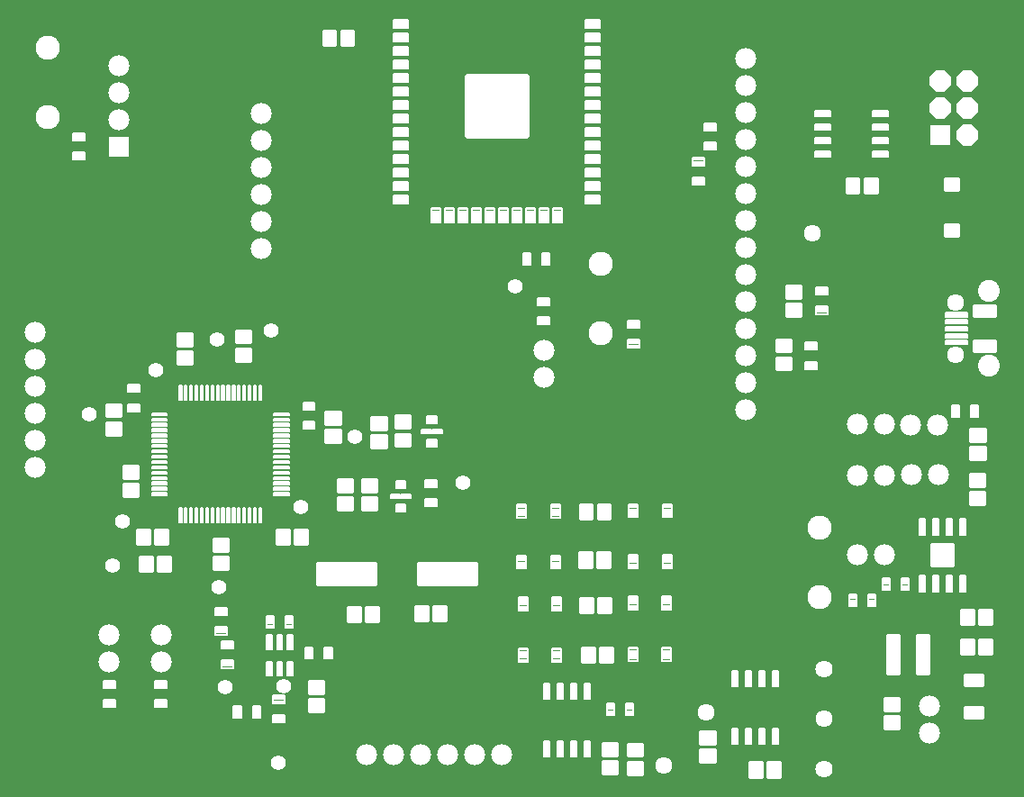
<source format=gts>
G04 EAGLE Gerber RS-274X export*
G75*
%MOMM*%
%FSLAX34Y34*%
%LPD*%
%INSoldermask Top*%
%IPNEG*%
%AMOC8*
5,1,8,0,0,1.08239X$1,22.5*%
G01*
%ADD10C,1.981200*%
%ADD11C,0.238272*%
%ADD12C,0.233172*%
%ADD13C,0.184800*%
%ADD14C,0.148763*%
%ADD15C,2.286000*%
%ADD16C,0.308222*%
%ADD17C,0.163213*%
%ADD18C,0.315222*%
%ADD19C,0.171600*%
%ADD20C,0.154350*%
%ADD21C,0.165000*%
%ADD22C,0.198550*%
%ADD23R,1.981200X1.981200*%
%ADD24C,0.220216*%
%ADD25C,1.625600*%
%ADD26C,1.609600*%
%ADD27C,0.216172*%
%ADD28C,0.155247*%
%ADD29C,0.216288*%
%ADD30C,2.051600*%
%ADD31P,2.144431X8X112.500000*%
%ADD32C,0.188100*%
%ADD33C,0.610159*%
%ADD34C,1.409600*%


D10*
X380700Y59900D03*
X406100Y59900D03*
X431500Y59900D03*
X456900Y59900D03*
X482300Y59900D03*
X507700Y59900D03*
D11*
X368317Y740517D02*
X356683Y740517D01*
X368317Y740517D02*
X368317Y726883D01*
X356683Y726883D01*
X356683Y740517D01*
X356683Y729147D02*
X368317Y729147D01*
X368317Y731411D02*
X356683Y731411D01*
X356683Y733675D02*
X368317Y733675D01*
X368317Y735939D02*
X356683Y735939D01*
X356683Y738203D02*
X368317Y738203D01*
X368317Y740467D02*
X356683Y740467D01*
X351317Y740517D02*
X339683Y740517D01*
X351317Y740517D02*
X351317Y726883D01*
X339683Y726883D01*
X339683Y740517D01*
X339683Y729147D02*
X351317Y729147D01*
X351317Y731411D02*
X339683Y731411D01*
X339683Y733675D02*
X351317Y733675D01*
X351317Y735939D02*
X339683Y735939D01*
X339683Y738203D02*
X351317Y738203D01*
X351317Y740467D02*
X339683Y740467D01*
X307817Y258283D02*
X296183Y258283D01*
X296183Y271917D01*
X307817Y271917D01*
X307817Y258283D01*
X307817Y260547D02*
X296183Y260547D01*
X296183Y262811D02*
X307817Y262811D01*
X307817Y265075D02*
X296183Y265075D01*
X296183Y267339D02*
X307817Y267339D01*
X307817Y269603D02*
X296183Y269603D01*
X296183Y271867D02*
X307817Y271867D01*
X313183Y258283D02*
X324817Y258283D01*
X313183Y258283D02*
X313183Y271917D01*
X324817Y271917D01*
X324817Y258283D01*
X324817Y260547D02*
X313183Y260547D01*
X313183Y262811D02*
X324817Y262811D01*
X324817Y265075D02*
X313183Y265075D01*
X313183Y267339D02*
X324817Y267339D01*
X324817Y269603D02*
X313183Y269603D01*
X313183Y271867D02*
X324817Y271867D01*
X236783Y263117D02*
X236783Y251483D01*
X236783Y263117D02*
X250417Y263117D01*
X250417Y251483D01*
X236783Y251483D01*
X236783Y253747D02*
X250417Y253747D01*
X250417Y256011D02*
X236783Y256011D01*
X236783Y258275D02*
X250417Y258275D01*
X250417Y260539D02*
X236783Y260539D01*
X236783Y262803D02*
X250417Y262803D01*
X236783Y246117D02*
X236783Y234483D01*
X236783Y246117D02*
X250417Y246117D01*
X250417Y234483D01*
X236783Y234483D01*
X236783Y236747D02*
X250417Y236747D01*
X250417Y239011D02*
X236783Y239011D01*
X236783Y241275D02*
X250417Y241275D01*
X250417Y243539D02*
X236783Y243539D01*
X236783Y245803D02*
X250417Y245803D01*
X355717Y353583D02*
X355717Y365217D01*
X355717Y353583D02*
X342083Y353583D01*
X342083Y365217D01*
X355717Y365217D01*
X355717Y355847D02*
X342083Y355847D01*
X342083Y358111D02*
X355717Y358111D01*
X355717Y360375D02*
X342083Y360375D01*
X342083Y362639D02*
X355717Y362639D01*
X355717Y364903D02*
X342083Y364903D01*
X355717Y370583D02*
X355717Y382217D01*
X355717Y370583D02*
X342083Y370583D01*
X342083Y382217D01*
X355717Y382217D01*
X355717Y372847D02*
X342083Y372847D01*
X342083Y375111D02*
X355717Y375111D01*
X355717Y377375D02*
X342083Y377375D01*
X342083Y379639D02*
X355717Y379639D01*
X355717Y381903D02*
X342083Y381903D01*
X961217Y306917D02*
X961217Y295283D01*
X947583Y295283D01*
X947583Y306917D01*
X961217Y306917D01*
X961217Y297547D02*
X947583Y297547D01*
X947583Y299811D02*
X961217Y299811D01*
X961217Y302075D02*
X947583Y302075D01*
X947583Y304339D02*
X961217Y304339D01*
X961217Y306603D02*
X947583Y306603D01*
X961217Y312283D02*
X961217Y323917D01*
X961217Y312283D02*
X947583Y312283D01*
X947583Y323917D01*
X961217Y323917D01*
X961217Y314547D02*
X947583Y314547D01*
X947583Y316811D02*
X961217Y316811D01*
X961217Y319075D02*
X947583Y319075D01*
X947583Y321339D02*
X961217Y321339D01*
X961217Y323603D02*
X947583Y323603D01*
X216717Y427483D02*
X216717Y439117D01*
X216717Y427483D02*
X203083Y427483D01*
X203083Y439117D01*
X216717Y439117D01*
X216717Y429747D02*
X203083Y429747D01*
X203083Y432011D02*
X216717Y432011D01*
X216717Y434275D02*
X203083Y434275D01*
X203083Y436539D02*
X216717Y436539D01*
X216717Y438803D02*
X203083Y438803D01*
X216717Y444483D02*
X216717Y456117D01*
X216717Y444483D02*
X203083Y444483D01*
X203083Y456117D01*
X216717Y456117D01*
X216717Y446747D02*
X203083Y446747D01*
X203083Y449011D02*
X216717Y449011D01*
X216717Y451275D02*
X203083Y451275D01*
X203083Y453539D02*
X216717Y453539D01*
X216717Y455803D02*
X203083Y455803D01*
X271217Y441817D02*
X271217Y430183D01*
X257583Y430183D01*
X257583Y441817D01*
X271217Y441817D01*
X271217Y432447D02*
X257583Y432447D01*
X257583Y434711D02*
X271217Y434711D01*
X271217Y436975D02*
X257583Y436975D01*
X257583Y439239D02*
X271217Y439239D01*
X271217Y441503D02*
X257583Y441503D01*
X271217Y447183D02*
X271217Y458817D01*
X271217Y447183D02*
X257583Y447183D01*
X257583Y458817D01*
X271217Y458817D01*
X271217Y449447D02*
X257583Y449447D01*
X257583Y451711D02*
X271217Y451711D01*
X271217Y453975D02*
X257583Y453975D01*
X257583Y456239D02*
X271217Y456239D01*
X271217Y458503D02*
X257583Y458503D01*
X152283Y331617D02*
X152283Y319983D01*
X152283Y331617D02*
X165917Y331617D01*
X165917Y319983D01*
X152283Y319983D01*
X152283Y322247D02*
X165917Y322247D01*
X165917Y324511D02*
X152283Y324511D01*
X152283Y326775D02*
X165917Y326775D01*
X165917Y329039D02*
X152283Y329039D01*
X152283Y331303D02*
X165917Y331303D01*
X152283Y314617D02*
X152283Y302983D01*
X152283Y314617D02*
X165917Y314617D01*
X165917Y302983D01*
X152283Y302983D01*
X152283Y305247D02*
X165917Y305247D01*
X165917Y307511D02*
X152283Y307511D01*
X152283Y309775D02*
X165917Y309775D01*
X165917Y312039D02*
X152283Y312039D01*
X152283Y314303D02*
X165917Y314303D01*
X149417Y360783D02*
X149417Y372417D01*
X149417Y360783D02*
X135783Y360783D01*
X135783Y372417D01*
X149417Y372417D01*
X149417Y363047D02*
X135783Y363047D01*
X135783Y365311D02*
X149417Y365311D01*
X149417Y367575D02*
X135783Y367575D01*
X135783Y369839D02*
X149417Y369839D01*
X149417Y372103D02*
X135783Y372103D01*
X149417Y377783D02*
X149417Y389417D01*
X149417Y377783D02*
X135783Y377783D01*
X135783Y389417D01*
X149417Y389417D01*
X149417Y380047D02*
X135783Y380047D01*
X135783Y382311D02*
X149417Y382311D01*
X149417Y384575D02*
X135783Y384575D01*
X135783Y386839D02*
X149417Y386839D01*
X149417Y389103D02*
X135783Y389103D01*
X421417Y361617D02*
X421417Y349983D01*
X407783Y349983D01*
X407783Y361617D01*
X421417Y361617D01*
X421417Y352247D02*
X407783Y352247D01*
X407783Y354511D02*
X421417Y354511D01*
X421417Y356775D02*
X407783Y356775D01*
X407783Y359039D02*
X421417Y359039D01*
X421417Y361303D02*
X407783Y361303D01*
X421417Y366983D02*
X421417Y378617D01*
X421417Y366983D02*
X407783Y366983D01*
X407783Y378617D01*
X421417Y378617D01*
X421417Y369247D02*
X407783Y369247D01*
X407783Y371511D02*
X421417Y371511D01*
X421417Y373775D02*
X407783Y373775D01*
X407783Y376039D02*
X421417Y376039D01*
X421417Y378303D02*
X407783Y378303D01*
X398917Y360317D02*
X398917Y348683D01*
X385283Y348683D01*
X385283Y360317D01*
X398917Y360317D01*
X398917Y350947D02*
X385283Y350947D01*
X385283Y353211D02*
X398917Y353211D01*
X398917Y355475D02*
X385283Y355475D01*
X385283Y357739D02*
X398917Y357739D01*
X398917Y360003D02*
X385283Y360003D01*
X398917Y365683D02*
X398917Y377317D01*
X398917Y365683D02*
X385283Y365683D01*
X385283Y377317D01*
X398917Y377317D01*
X398917Y367947D02*
X385283Y367947D01*
X385283Y370211D02*
X398917Y370211D01*
X398917Y372475D02*
X385283Y372475D01*
X385283Y374739D02*
X398917Y374739D01*
X398917Y377003D02*
X385283Y377003D01*
X779517Y421883D02*
X779517Y433517D01*
X779517Y421883D02*
X765883Y421883D01*
X765883Y433517D01*
X779517Y433517D01*
X779517Y424147D02*
X765883Y424147D01*
X765883Y426411D02*
X779517Y426411D01*
X779517Y428675D02*
X765883Y428675D01*
X765883Y430939D02*
X779517Y430939D01*
X779517Y433203D02*
X765883Y433203D01*
X779517Y438883D02*
X779517Y450517D01*
X779517Y438883D02*
X765883Y438883D01*
X765883Y450517D01*
X779517Y450517D01*
X779517Y441147D02*
X765883Y441147D01*
X765883Y443411D02*
X779517Y443411D01*
X779517Y445675D02*
X765883Y445675D01*
X765883Y447939D02*
X779517Y447939D01*
X779517Y450203D02*
X765883Y450203D01*
X376583Y318617D02*
X376583Y306983D01*
X376583Y318617D02*
X390217Y318617D01*
X390217Y306983D01*
X376583Y306983D01*
X376583Y309247D02*
X390217Y309247D01*
X390217Y311511D02*
X376583Y311511D01*
X376583Y313775D02*
X390217Y313775D01*
X390217Y316039D02*
X376583Y316039D01*
X376583Y318303D02*
X390217Y318303D01*
X376583Y301617D02*
X376583Y289983D01*
X376583Y301617D02*
X390217Y301617D01*
X390217Y289983D01*
X376583Y289983D01*
X376583Y292247D02*
X390217Y292247D01*
X390217Y294511D02*
X376583Y294511D01*
X376583Y296775D02*
X390217Y296775D01*
X390217Y299039D02*
X376583Y299039D01*
X376583Y301303D02*
X390217Y301303D01*
X353583Y307283D02*
X353583Y318917D01*
X367217Y318917D01*
X367217Y307283D01*
X353583Y307283D01*
X353583Y309547D02*
X367217Y309547D01*
X367217Y311811D02*
X353583Y311811D01*
X353583Y314075D02*
X367217Y314075D01*
X367217Y316339D02*
X353583Y316339D01*
X353583Y318603D02*
X367217Y318603D01*
X353583Y301917D02*
X353583Y290283D01*
X353583Y301917D02*
X367217Y301917D01*
X367217Y290283D01*
X353583Y290283D01*
X353583Y292547D02*
X367217Y292547D01*
X367217Y294811D02*
X353583Y294811D01*
X353583Y297075D02*
X367217Y297075D01*
X367217Y299339D02*
X353583Y299339D01*
X353583Y301603D02*
X367217Y301603D01*
X961917Y337783D02*
X961917Y349417D01*
X961917Y337783D02*
X948283Y337783D01*
X948283Y349417D01*
X961917Y349417D01*
X961917Y340047D02*
X948283Y340047D01*
X948283Y342311D02*
X961917Y342311D01*
X961917Y344575D02*
X948283Y344575D01*
X948283Y346839D02*
X961917Y346839D01*
X961917Y349103D02*
X948283Y349103D01*
X961917Y354783D02*
X961917Y366417D01*
X961917Y354783D02*
X948283Y354783D01*
X948283Y366417D01*
X961917Y366417D01*
X961917Y357047D02*
X948283Y357047D01*
X948283Y359311D02*
X961917Y359311D01*
X961917Y361575D02*
X948283Y361575D01*
X948283Y363839D02*
X961917Y363839D01*
X961917Y366103D02*
X948283Y366103D01*
X956383Y196417D02*
X968017Y196417D01*
X968017Y182783D01*
X956383Y182783D01*
X956383Y196417D01*
X956383Y185047D02*
X968017Y185047D01*
X968017Y187311D02*
X956383Y187311D01*
X956383Y189575D02*
X968017Y189575D01*
X968017Y191839D02*
X956383Y191839D01*
X956383Y194103D02*
X968017Y194103D01*
X968017Y196367D02*
X956383Y196367D01*
X951017Y196417D02*
X939383Y196417D01*
X951017Y196417D02*
X951017Y182783D01*
X939383Y182783D01*
X939383Y196417D01*
X939383Y185047D02*
X951017Y185047D01*
X951017Y187311D02*
X939383Y187311D01*
X939383Y189575D02*
X951017Y189575D01*
X951017Y191839D02*
X939383Y191839D01*
X939383Y194103D02*
X951017Y194103D01*
X951017Y196367D02*
X939383Y196367D01*
X956683Y167917D02*
X968317Y167917D01*
X968317Y154283D01*
X956683Y154283D01*
X956683Y167917D01*
X956683Y156547D02*
X968317Y156547D01*
X968317Y158811D02*
X956683Y158811D01*
X956683Y161075D02*
X968317Y161075D01*
X968317Y163339D02*
X956683Y163339D01*
X956683Y165603D02*
X968317Y165603D01*
X968317Y167867D02*
X956683Y167867D01*
X951317Y167917D02*
X939683Y167917D01*
X951317Y167917D02*
X951317Y154283D01*
X939683Y154283D01*
X939683Y167917D01*
X939683Y156547D02*
X951317Y156547D01*
X951317Y158811D02*
X939683Y158811D01*
X939683Y161075D02*
X951317Y161075D01*
X951317Y163339D02*
X939683Y163339D01*
X939683Y165603D02*
X951317Y165603D01*
X951317Y167867D02*
X939683Y167867D01*
X867083Y113117D02*
X867083Y101483D01*
X867083Y113117D02*
X880717Y113117D01*
X880717Y101483D01*
X867083Y101483D01*
X867083Y103747D02*
X880717Y103747D01*
X880717Y106011D02*
X867083Y106011D01*
X867083Y108275D02*
X880717Y108275D01*
X880717Y110539D02*
X867083Y110539D01*
X867083Y112803D02*
X880717Y112803D01*
X867083Y96117D02*
X867083Y84483D01*
X867083Y96117D02*
X880717Y96117D01*
X880717Y84483D01*
X867083Y84483D01*
X867083Y86747D02*
X880717Y86747D01*
X880717Y89011D02*
X867083Y89011D01*
X867083Y91275D02*
X880717Y91275D01*
X880717Y93539D02*
X867083Y93539D01*
X867083Y95803D02*
X880717Y95803D01*
X611917Y160917D02*
X600283Y160917D01*
X611917Y160917D02*
X611917Y147283D01*
X600283Y147283D01*
X600283Y160917D01*
X600283Y149547D02*
X611917Y149547D01*
X611917Y151811D02*
X600283Y151811D01*
X600283Y154075D02*
X611917Y154075D01*
X611917Y156339D02*
X600283Y156339D01*
X600283Y158603D02*
X611917Y158603D01*
X611917Y160867D02*
X600283Y160867D01*
X594917Y160917D02*
X583283Y160917D01*
X594917Y160917D02*
X594917Y147283D01*
X583283Y147283D01*
X583283Y160917D01*
X583283Y149547D02*
X594917Y149547D01*
X594917Y151811D02*
X583283Y151811D01*
X583283Y154075D02*
X594917Y154075D01*
X594917Y156339D02*
X583283Y156339D01*
X583283Y158603D02*
X594917Y158603D01*
X594917Y160867D02*
X583283Y160867D01*
X581283Y193583D02*
X592917Y193583D01*
X581283Y193583D02*
X581283Y207217D01*
X592917Y207217D01*
X592917Y193583D01*
X592917Y195847D02*
X581283Y195847D01*
X581283Y198111D02*
X592917Y198111D01*
X592917Y200375D02*
X581283Y200375D01*
X581283Y202639D02*
X592917Y202639D01*
X592917Y204903D02*
X581283Y204903D01*
X581283Y207167D02*
X592917Y207167D01*
X598283Y193583D02*
X609917Y193583D01*
X598283Y193583D02*
X598283Y207217D01*
X609917Y207217D01*
X609917Y193583D01*
X609917Y195847D02*
X598283Y195847D01*
X598283Y198111D02*
X609917Y198111D01*
X609917Y200375D02*
X598283Y200375D01*
X598283Y202639D02*
X609917Y202639D01*
X609917Y204903D02*
X598283Y204903D01*
X598283Y207167D02*
X609917Y207167D01*
X592617Y281583D02*
X580983Y281583D01*
X580983Y295217D01*
X592617Y295217D01*
X592617Y281583D01*
X592617Y283847D02*
X580983Y283847D01*
X580983Y286111D02*
X592617Y286111D01*
X592617Y288375D02*
X580983Y288375D01*
X580983Y290639D02*
X592617Y290639D01*
X592617Y292903D02*
X580983Y292903D01*
X580983Y295167D02*
X592617Y295167D01*
X597983Y281583D02*
X609617Y281583D01*
X597983Y281583D02*
X597983Y295217D01*
X609617Y295217D01*
X609617Y281583D01*
X609617Y283847D02*
X597983Y283847D01*
X597983Y286111D02*
X609617Y286111D01*
X609617Y288375D02*
X597983Y288375D01*
X597983Y290639D02*
X609617Y290639D01*
X609617Y292903D02*
X597983Y292903D01*
X597983Y295167D02*
X609617Y295167D01*
X609317Y249917D02*
X597683Y249917D01*
X609317Y249917D02*
X609317Y236283D01*
X597683Y236283D01*
X597683Y249917D01*
X597683Y238547D02*
X609317Y238547D01*
X609317Y240811D02*
X597683Y240811D01*
X597683Y243075D02*
X609317Y243075D01*
X609317Y245339D02*
X597683Y245339D01*
X597683Y247603D02*
X609317Y247603D01*
X609317Y249867D02*
X597683Y249867D01*
X592317Y249917D02*
X580683Y249917D01*
X592317Y249917D02*
X592317Y236283D01*
X580683Y236283D01*
X580683Y249917D01*
X580683Y238547D02*
X592317Y238547D01*
X592317Y240811D02*
X580683Y240811D01*
X580683Y243075D02*
X592317Y243075D01*
X592317Y245339D02*
X580683Y245339D01*
X580683Y247603D02*
X592317Y247603D01*
X592317Y249867D02*
X580683Y249867D01*
X326783Y129217D02*
X326783Y117583D01*
X326783Y129217D02*
X340417Y129217D01*
X340417Y117583D01*
X326783Y117583D01*
X326783Y119847D02*
X340417Y119847D01*
X340417Y122111D02*
X326783Y122111D01*
X326783Y124375D02*
X340417Y124375D01*
X340417Y126639D02*
X326783Y126639D01*
X326783Y128903D02*
X340417Y128903D01*
X326783Y112217D02*
X326783Y100583D01*
X326783Y112217D02*
X340417Y112217D01*
X340417Y100583D01*
X326783Y100583D01*
X326783Y102847D02*
X340417Y102847D01*
X340417Y105111D02*
X326783Y105111D01*
X326783Y107375D02*
X340417Y107375D01*
X340417Y109639D02*
X326783Y109639D01*
X326783Y111903D02*
X340417Y111903D01*
X602583Y70617D02*
X602583Y58983D01*
X602583Y70617D02*
X616217Y70617D01*
X616217Y58983D01*
X602583Y58983D01*
X602583Y61247D02*
X616217Y61247D01*
X616217Y63511D02*
X602583Y63511D01*
X602583Y65775D02*
X616217Y65775D01*
X616217Y68039D02*
X602583Y68039D01*
X602583Y70303D02*
X616217Y70303D01*
X602583Y53617D02*
X602583Y41983D01*
X602583Y53617D02*
X616217Y53617D01*
X616217Y41983D01*
X602583Y41983D01*
X602583Y44247D02*
X616217Y44247D01*
X616217Y46511D02*
X602583Y46511D01*
X602583Y48775D02*
X616217Y48775D01*
X616217Y51039D02*
X602583Y51039D01*
X602583Y53303D02*
X616217Y53303D01*
X625883Y58583D02*
X625883Y70217D01*
X639517Y70217D01*
X639517Y58583D01*
X625883Y58583D01*
X625883Y60847D02*
X639517Y60847D01*
X639517Y63111D02*
X625883Y63111D01*
X625883Y65375D02*
X639517Y65375D01*
X639517Y67639D02*
X625883Y67639D01*
X625883Y69903D02*
X639517Y69903D01*
X625883Y53217D02*
X625883Y41583D01*
X625883Y53217D02*
X639517Y53217D01*
X639517Y41583D01*
X625883Y41583D01*
X625883Y43847D02*
X639517Y43847D01*
X639517Y46111D02*
X625883Y46111D01*
X625883Y48375D02*
X639517Y48375D01*
X639517Y50639D02*
X625883Y50639D01*
X625883Y52903D02*
X639517Y52903D01*
X788617Y472483D02*
X788617Y484117D01*
X788617Y472483D02*
X774983Y472483D01*
X774983Y484117D01*
X788617Y484117D01*
X788617Y474747D02*
X774983Y474747D01*
X774983Y477011D02*
X788617Y477011D01*
X788617Y479275D02*
X774983Y479275D01*
X774983Y481539D02*
X788617Y481539D01*
X788617Y483803D02*
X774983Y483803D01*
X788617Y489483D02*
X788617Y501117D01*
X788617Y489483D02*
X774983Y489483D01*
X774983Y501117D01*
X788617Y501117D01*
X788617Y491747D02*
X774983Y491747D01*
X774983Y494011D02*
X788617Y494011D01*
X788617Y496275D02*
X774983Y496275D01*
X774983Y498539D02*
X788617Y498539D01*
X788617Y500803D02*
X774983Y500803D01*
X831683Y587883D02*
X843317Y587883D01*
X831683Y587883D02*
X831683Y601517D01*
X843317Y601517D01*
X843317Y587883D01*
X843317Y590147D02*
X831683Y590147D01*
X831683Y592411D02*
X843317Y592411D01*
X843317Y594675D02*
X831683Y594675D01*
X831683Y596939D02*
X843317Y596939D01*
X843317Y599203D02*
X831683Y599203D01*
X831683Y601467D02*
X843317Y601467D01*
X848683Y587883D02*
X860317Y587883D01*
X848683Y587883D02*
X848683Y601517D01*
X860317Y601517D01*
X860317Y587883D01*
X860317Y590147D02*
X848683Y590147D01*
X848683Y592411D02*
X860317Y592411D01*
X860317Y594675D02*
X848683Y594675D01*
X848683Y596939D02*
X860317Y596939D01*
X860317Y599203D02*
X848683Y599203D01*
X848683Y601467D02*
X860317Y601467D01*
X769017Y52717D02*
X757383Y52717D01*
X769017Y52717D02*
X769017Y39083D01*
X757383Y39083D01*
X757383Y52717D01*
X757383Y41347D02*
X769017Y41347D01*
X769017Y43611D02*
X757383Y43611D01*
X757383Y45875D02*
X769017Y45875D01*
X769017Y48139D02*
X757383Y48139D01*
X757383Y50403D02*
X769017Y50403D01*
X769017Y52667D02*
X757383Y52667D01*
X752017Y52717D02*
X740383Y52717D01*
X752017Y52717D02*
X752017Y39083D01*
X740383Y39083D01*
X740383Y52717D01*
X740383Y41347D02*
X752017Y41347D01*
X752017Y43611D02*
X740383Y43611D01*
X740383Y45875D02*
X752017Y45875D01*
X752017Y48139D02*
X740383Y48139D01*
X740383Y50403D02*
X752017Y50403D01*
X752017Y52667D02*
X740383Y52667D01*
X694283Y70183D02*
X694283Y81817D01*
X707917Y81817D01*
X707917Y70183D01*
X694283Y70183D01*
X694283Y72447D02*
X707917Y72447D01*
X707917Y74711D02*
X694283Y74711D01*
X694283Y76975D02*
X707917Y76975D01*
X707917Y79239D02*
X694283Y79239D01*
X694283Y81503D02*
X707917Y81503D01*
X694283Y64817D02*
X694283Y53183D01*
X694283Y64817D02*
X707917Y64817D01*
X707917Y53183D01*
X694283Y53183D01*
X694283Y55447D02*
X707917Y55447D01*
X707917Y57711D02*
X694283Y57711D01*
X694283Y59975D02*
X707917Y59975D01*
X707917Y62239D02*
X694283Y62239D01*
X694283Y64503D02*
X707917Y64503D01*
X391617Y198717D02*
X379983Y198717D01*
X391617Y198717D02*
X391617Y185083D01*
X379983Y185083D01*
X379983Y198717D01*
X379983Y187347D02*
X391617Y187347D01*
X391617Y189611D02*
X379983Y189611D01*
X379983Y191875D02*
X391617Y191875D01*
X391617Y194139D02*
X379983Y194139D01*
X379983Y196403D02*
X391617Y196403D01*
X391617Y198667D02*
X379983Y198667D01*
X374617Y198717D02*
X362983Y198717D01*
X374617Y198717D02*
X374617Y185083D01*
X362983Y185083D01*
X362983Y198717D01*
X362983Y187347D02*
X374617Y187347D01*
X374617Y189611D02*
X362983Y189611D01*
X362983Y191875D02*
X374617Y191875D01*
X374617Y194139D02*
X362983Y194139D01*
X362983Y196403D02*
X374617Y196403D01*
X374617Y198667D02*
X362983Y198667D01*
X443283Y199217D02*
X454917Y199217D01*
X454917Y185583D01*
X443283Y185583D01*
X443283Y199217D01*
X443283Y187847D02*
X454917Y187847D01*
X454917Y190111D02*
X443283Y190111D01*
X443283Y192375D02*
X454917Y192375D01*
X454917Y194639D02*
X443283Y194639D01*
X443283Y196903D02*
X454917Y196903D01*
X454917Y199167D02*
X443283Y199167D01*
X437917Y199217D02*
X426283Y199217D01*
X437917Y199217D02*
X437917Y185583D01*
X426283Y185583D01*
X426283Y199217D01*
X426283Y187847D02*
X437917Y187847D01*
X437917Y190111D02*
X426283Y190111D01*
X426283Y192375D02*
X437917Y192375D01*
X437917Y194639D02*
X426283Y194639D01*
X426283Y196903D02*
X437917Y196903D01*
X437917Y199167D02*
X426283Y199167D01*
X196217Y246217D02*
X184583Y246217D01*
X196217Y246217D02*
X196217Y232583D01*
X184583Y232583D01*
X184583Y246217D01*
X184583Y234847D02*
X196217Y234847D01*
X196217Y237111D02*
X184583Y237111D01*
X184583Y239375D02*
X196217Y239375D01*
X196217Y241639D02*
X184583Y241639D01*
X184583Y243903D02*
X196217Y243903D01*
X196217Y246167D02*
X184583Y246167D01*
X179217Y246217D02*
X167583Y246217D01*
X179217Y246217D02*
X179217Y232583D01*
X167583Y232583D01*
X167583Y246217D01*
X167583Y234847D02*
X179217Y234847D01*
X179217Y237111D02*
X167583Y237111D01*
X167583Y239375D02*
X179217Y239375D01*
X179217Y241639D02*
X167583Y241639D01*
X167583Y243903D02*
X179217Y243903D01*
X179217Y246167D02*
X167583Y246167D01*
X181883Y271217D02*
X193517Y271217D01*
X193517Y257583D01*
X181883Y257583D01*
X181883Y271217D01*
X181883Y259847D02*
X193517Y259847D01*
X193517Y262111D02*
X181883Y262111D01*
X181883Y264375D02*
X193517Y264375D01*
X193517Y266639D02*
X181883Y266639D01*
X181883Y268903D02*
X193517Y268903D01*
X193517Y271167D02*
X181883Y271167D01*
X176517Y271217D02*
X164883Y271217D01*
X176517Y271217D02*
X176517Y257583D01*
X164883Y257583D01*
X164883Y271217D01*
X164883Y259847D02*
X176517Y259847D01*
X176517Y262111D02*
X164883Y262111D01*
X164883Y264375D02*
X176517Y264375D01*
X176517Y266639D02*
X164883Y266639D01*
X164883Y268903D02*
X176517Y268903D01*
X176517Y271167D02*
X164883Y271167D01*
D12*
X923808Y547508D02*
X923808Y558892D01*
X937192Y558892D01*
X937192Y547508D01*
X923808Y547508D01*
X923808Y549723D02*
X937192Y549723D01*
X937192Y551938D02*
X923808Y551938D01*
X923808Y554153D02*
X937192Y554153D01*
X937192Y556368D02*
X923808Y556368D01*
X923808Y558583D02*
X937192Y558583D01*
X937192Y590508D02*
X937192Y601892D01*
X937192Y590508D02*
X923808Y590508D01*
X923808Y601892D01*
X937192Y601892D01*
X937192Y592723D02*
X923808Y592723D01*
X923808Y594938D02*
X937192Y594938D01*
X937192Y597153D02*
X923808Y597153D01*
X923808Y599368D02*
X937192Y599368D01*
X937192Y601583D02*
X923808Y601583D01*
D13*
X417176Y295176D02*
X408224Y295176D01*
X417176Y295176D02*
X417176Y288224D01*
X408224Y288224D01*
X408224Y295176D01*
X408224Y289980D02*
X417176Y289980D01*
X417176Y291736D02*
X408224Y291736D01*
X408224Y293492D02*
X417176Y293492D01*
D14*
X413190Y304210D02*
X422210Y304210D01*
X422210Y301190D01*
X413190Y301190D01*
X413190Y304210D01*
X413190Y302604D02*
X422210Y302604D01*
X422210Y304018D02*
X413190Y304018D01*
D13*
X417176Y317176D02*
X408224Y317176D01*
X417176Y317176D02*
X417176Y310224D01*
X408224Y310224D01*
X408224Y317176D01*
X408224Y311980D02*
X417176Y311980D01*
X417176Y313736D02*
X408224Y313736D01*
X408224Y315492D02*
X417176Y315492D01*
D14*
X412210Y304210D02*
X403190Y304210D01*
X412210Y304210D02*
X412210Y301190D01*
X403190Y301190D01*
X403190Y304210D01*
X403190Y302604D02*
X412210Y302604D01*
X412210Y304018D02*
X403190Y304018D01*
D13*
X437424Y371424D02*
X446376Y371424D01*
X437424Y371424D02*
X437424Y378376D01*
X446376Y378376D01*
X446376Y371424D01*
X446376Y373180D02*
X437424Y373180D01*
X437424Y374936D02*
X446376Y374936D01*
X446376Y376692D02*
X437424Y376692D01*
D14*
X441410Y362390D02*
X432390Y362390D01*
X432390Y365410D01*
X441410Y365410D01*
X441410Y362390D01*
X441410Y363804D02*
X432390Y363804D01*
X432390Y365218D02*
X441410Y365218D01*
D13*
X437424Y349424D02*
X446376Y349424D01*
X437424Y349424D02*
X437424Y356376D01*
X446376Y356376D01*
X446376Y349424D01*
X446376Y351180D02*
X437424Y351180D01*
X437424Y352936D02*
X446376Y352936D01*
X446376Y354692D02*
X437424Y354692D01*
D14*
X442390Y362390D02*
X451410Y362390D01*
X442390Y362390D02*
X442390Y365410D01*
X451410Y365410D01*
X451410Y362390D01*
X451410Y363804D02*
X442390Y363804D01*
X442390Y365218D02*
X451410Y365218D01*
D15*
X601200Y521639D03*
X601200Y456361D03*
X80700Y724539D03*
X80700Y659261D03*
D16*
X430133Y238967D02*
X484067Y238967D01*
X484067Y220033D01*
X430133Y220033D01*
X430133Y238967D01*
X430133Y222961D02*
X484067Y222961D01*
X484067Y225889D02*
X430133Y225889D01*
X430133Y228817D02*
X484067Y228817D01*
X484067Y231745D02*
X430133Y231745D01*
X430133Y234673D02*
X484067Y234673D01*
X484067Y237601D02*
X430133Y237601D01*
X389067Y238967D02*
X335133Y238967D01*
X389067Y238967D02*
X389067Y220033D01*
X335133Y220033D01*
X335133Y238967D01*
X335133Y222961D02*
X389067Y222961D01*
X389067Y225889D02*
X335133Y225889D01*
X335133Y228817D02*
X389067Y228817D01*
X389067Y231745D02*
X335133Y231745D01*
X335133Y234673D02*
X389067Y234673D01*
X389067Y237601D02*
X335133Y237601D01*
D17*
X938702Y266208D02*
X938702Y281258D01*
X943598Y281258D01*
X943598Y266208D01*
X938702Y266208D01*
X938702Y267758D02*
X943598Y267758D01*
X943598Y269308D02*
X938702Y269308D01*
X938702Y270858D02*
X943598Y270858D01*
X943598Y272408D02*
X938702Y272408D01*
X938702Y273958D02*
X943598Y273958D01*
X943598Y275508D02*
X938702Y275508D01*
X938702Y277058D02*
X943598Y277058D01*
X943598Y278608D02*
X938702Y278608D01*
X938702Y280158D02*
X943598Y280158D01*
X926002Y281258D02*
X926002Y266208D01*
X926002Y281258D02*
X930898Y281258D01*
X930898Y266208D01*
X926002Y266208D01*
X926002Y267758D02*
X930898Y267758D01*
X930898Y269308D02*
X926002Y269308D01*
X926002Y270858D02*
X930898Y270858D01*
X930898Y272408D02*
X926002Y272408D01*
X926002Y273958D02*
X930898Y273958D01*
X930898Y275508D02*
X926002Y275508D01*
X926002Y277058D02*
X930898Y277058D01*
X930898Y278608D02*
X926002Y278608D01*
X926002Y280158D02*
X930898Y280158D01*
X913302Y281258D02*
X913302Y266208D01*
X913302Y281258D02*
X918198Y281258D01*
X918198Y266208D01*
X913302Y266208D01*
X913302Y267758D02*
X918198Y267758D01*
X918198Y269308D02*
X913302Y269308D01*
X913302Y270858D02*
X918198Y270858D01*
X918198Y272408D02*
X913302Y272408D01*
X913302Y273958D02*
X918198Y273958D01*
X918198Y275508D02*
X913302Y275508D01*
X913302Y277058D02*
X918198Y277058D01*
X918198Y278608D02*
X913302Y278608D01*
X913302Y280158D02*
X918198Y280158D01*
X900602Y281258D02*
X900602Y266208D01*
X900602Y281258D02*
X905498Y281258D01*
X905498Y266208D01*
X900602Y266208D01*
X900602Y267758D02*
X905498Y267758D01*
X905498Y269308D02*
X900602Y269308D01*
X900602Y270858D02*
X905498Y270858D01*
X905498Y272408D02*
X900602Y272408D01*
X900602Y273958D02*
X905498Y273958D01*
X905498Y275508D02*
X900602Y275508D01*
X900602Y277058D02*
X905498Y277058D01*
X905498Y278608D02*
X900602Y278608D01*
X900602Y280158D02*
X905498Y280158D01*
X900602Y228192D02*
X900602Y213142D01*
X900602Y228192D02*
X905498Y228192D01*
X905498Y213142D01*
X900602Y213142D01*
X900602Y214692D02*
X905498Y214692D01*
X905498Y216242D02*
X900602Y216242D01*
X900602Y217792D02*
X905498Y217792D01*
X905498Y219342D02*
X900602Y219342D01*
X900602Y220892D02*
X905498Y220892D01*
X905498Y222442D02*
X900602Y222442D01*
X900602Y223992D02*
X905498Y223992D01*
X905498Y225542D02*
X900602Y225542D01*
X900602Y227092D02*
X905498Y227092D01*
X913302Y228192D02*
X913302Y213142D01*
X913302Y228192D02*
X918198Y228192D01*
X918198Y213142D01*
X913302Y213142D01*
X913302Y214692D02*
X918198Y214692D01*
X918198Y216242D02*
X913302Y216242D01*
X913302Y217792D02*
X918198Y217792D01*
X918198Y219342D02*
X913302Y219342D01*
X913302Y220892D02*
X918198Y220892D01*
X918198Y222442D02*
X913302Y222442D01*
X913302Y223992D02*
X918198Y223992D01*
X918198Y225542D02*
X913302Y225542D01*
X913302Y227092D02*
X918198Y227092D01*
X926002Y228192D02*
X926002Y213142D01*
X926002Y228192D02*
X930898Y228192D01*
X930898Y213142D01*
X926002Y213142D01*
X926002Y214692D02*
X930898Y214692D01*
X930898Y216242D02*
X926002Y216242D01*
X926002Y217792D02*
X930898Y217792D01*
X930898Y219342D02*
X926002Y219342D01*
X926002Y220892D02*
X930898Y220892D01*
X930898Y222442D02*
X926002Y222442D01*
X926002Y223992D02*
X930898Y223992D01*
X930898Y225542D02*
X926002Y225542D01*
X926002Y227092D02*
X930898Y227092D01*
X938702Y228192D02*
X938702Y213142D01*
X938702Y228192D02*
X943598Y228192D01*
X943598Y213142D01*
X938702Y213142D01*
X938702Y214692D02*
X943598Y214692D01*
X943598Y216242D02*
X938702Y216242D01*
X938702Y217792D02*
X943598Y217792D01*
X943598Y219342D02*
X938702Y219342D01*
X938702Y220892D02*
X943598Y220892D01*
X943598Y222442D02*
X938702Y222442D01*
X938702Y223992D02*
X943598Y223992D01*
X943598Y225542D02*
X938702Y225542D01*
X938702Y227092D02*
X943598Y227092D01*
D18*
X931782Y237518D02*
X912418Y237518D01*
X912418Y256882D01*
X931782Y256882D01*
X931782Y237518D01*
X931782Y240512D02*
X912418Y240512D01*
X912418Y243506D02*
X931782Y243506D01*
X931782Y246500D02*
X912418Y246500D01*
X912418Y249494D02*
X931782Y249494D01*
X931782Y252488D02*
X912418Y252488D01*
X912418Y255482D02*
X931782Y255482D01*
D19*
X585433Y126812D02*
X585433Y112628D01*
X585433Y126812D02*
X590867Y126812D01*
X590867Y112628D01*
X585433Y112628D01*
X585433Y114258D02*
X590867Y114258D01*
X590867Y115888D02*
X585433Y115888D01*
X585433Y117518D02*
X590867Y117518D01*
X590867Y119148D02*
X585433Y119148D01*
X585433Y120778D02*
X590867Y120778D01*
X590867Y122408D02*
X585433Y122408D01*
X585433Y124038D02*
X590867Y124038D01*
X590867Y125668D02*
X585433Y125668D01*
X572733Y126812D02*
X572733Y112628D01*
X572733Y126812D02*
X578167Y126812D01*
X578167Y112628D01*
X572733Y112628D01*
X572733Y114258D02*
X578167Y114258D01*
X578167Y115888D02*
X572733Y115888D01*
X572733Y117518D02*
X578167Y117518D01*
X578167Y119148D02*
X572733Y119148D01*
X572733Y120778D02*
X578167Y120778D01*
X578167Y122408D02*
X572733Y122408D01*
X572733Y124038D02*
X578167Y124038D01*
X578167Y125668D02*
X572733Y125668D01*
X560033Y126812D02*
X560033Y112628D01*
X560033Y126812D02*
X565467Y126812D01*
X565467Y112628D01*
X560033Y112628D01*
X560033Y114258D02*
X565467Y114258D01*
X565467Y115888D02*
X560033Y115888D01*
X560033Y117518D02*
X565467Y117518D01*
X565467Y119148D02*
X560033Y119148D01*
X560033Y120778D02*
X565467Y120778D01*
X565467Y122408D02*
X560033Y122408D01*
X560033Y124038D02*
X565467Y124038D01*
X565467Y125668D02*
X560033Y125668D01*
X547333Y126812D02*
X547333Y112628D01*
X547333Y126812D02*
X552767Y126812D01*
X552767Y112628D01*
X547333Y112628D01*
X547333Y114258D02*
X552767Y114258D01*
X552767Y115888D02*
X547333Y115888D01*
X547333Y117518D02*
X552767Y117518D01*
X552767Y119148D02*
X547333Y119148D01*
X547333Y120778D02*
X552767Y120778D01*
X552767Y122408D02*
X547333Y122408D01*
X547333Y124038D02*
X552767Y124038D01*
X552767Y125668D02*
X547333Y125668D01*
X547333Y72572D02*
X547333Y58388D01*
X547333Y72572D02*
X552767Y72572D01*
X552767Y58388D01*
X547333Y58388D01*
X547333Y60018D02*
X552767Y60018D01*
X552767Y61648D02*
X547333Y61648D01*
X547333Y63278D02*
X552767Y63278D01*
X552767Y64908D02*
X547333Y64908D01*
X547333Y66538D02*
X552767Y66538D01*
X552767Y68168D02*
X547333Y68168D01*
X547333Y69798D02*
X552767Y69798D01*
X552767Y71428D02*
X547333Y71428D01*
X560033Y72572D02*
X560033Y58388D01*
X560033Y72572D02*
X565467Y72572D01*
X565467Y58388D01*
X560033Y58388D01*
X560033Y60018D02*
X565467Y60018D01*
X565467Y61648D02*
X560033Y61648D01*
X560033Y63278D02*
X565467Y63278D01*
X565467Y64908D02*
X560033Y64908D01*
X560033Y66538D02*
X565467Y66538D01*
X565467Y68168D02*
X560033Y68168D01*
X560033Y69798D02*
X565467Y69798D01*
X565467Y71428D02*
X560033Y71428D01*
X572733Y72572D02*
X572733Y58388D01*
X572733Y72572D02*
X578167Y72572D01*
X578167Y58388D01*
X572733Y58388D01*
X572733Y60018D02*
X578167Y60018D01*
X578167Y61648D02*
X572733Y61648D01*
X572733Y63278D02*
X578167Y63278D01*
X578167Y64908D02*
X572733Y64908D01*
X572733Y66538D02*
X578167Y66538D01*
X578167Y68168D02*
X572733Y68168D01*
X572733Y69798D02*
X578167Y69798D01*
X578167Y71428D02*
X572733Y71428D01*
X585433Y72572D02*
X585433Y58388D01*
X585433Y72572D02*
X590867Y72572D01*
X590867Y58388D01*
X585433Y58388D01*
X585433Y60018D02*
X590867Y60018D01*
X590867Y61648D02*
X585433Y61648D01*
X585433Y63278D02*
X590867Y63278D01*
X590867Y64908D02*
X585433Y64908D01*
X585433Y66538D02*
X590867Y66538D01*
X590867Y68168D02*
X585433Y68168D01*
X585433Y69798D02*
X590867Y69798D01*
X590867Y71428D02*
X585433Y71428D01*
X729567Y69988D02*
X729567Y84172D01*
X729567Y69988D02*
X724133Y69988D01*
X724133Y84172D01*
X729567Y84172D01*
X729567Y71618D02*
X724133Y71618D01*
X724133Y73248D02*
X729567Y73248D01*
X729567Y74878D02*
X724133Y74878D01*
X724133Y76508D02*
X729567Y76508D01*
X729567Y78138D02*
X724133Y78138D01*
X724133Y79768D02*
X729567Y79768D01*
X729567Y81398D02*
X724133Y81398D01*
X724133Y83028D02*
X729567Y83028D01*
X742267Y84172D02*
X742267Y69988D01*
X736833Y69988D01*
X736833Y84172D01*
X742267Y84172D01*
X742267Y71618D02*
X736833Y71618D01*
X736833Y73248D02*
X742267Y73248D01*
X742267Y74878D02*
X736833Y74878D01*
X736833Y76508D02*
X742267Y76508D01*
X742267Y78138D02*
X736833Y78138D01*
X736833Y79768D02*
X742267Y79768D01*
X742267Y81398D02*
X736833Y81398D01*
X736833Y83028D02*
X742267Y83028D01*
X754967Y84172D02*
X754967Y69988D01*
X749533Y69988D01*
X749533Y84172D01*
X754967Y84172D01*
X754967Y71618D02*
X749533Y71618D01*
X749533Y73248D02*
X754967Y73248D01*
X754967Y74878D02*
X749533Y74878D01*
X749533Y76508D02*
X754967Y76508D01*
X754967Y78138D02*
X749533Y78138D01*
X749533Y79768D02*
X754967Y79768D01*
X754967Y81398D02*
X749533Y81398D01*
X749533Y83028D02*
X754967Y83028D01*
X767667Y84172D02*
X767667Y69988D01*
X762233Y69988D01*
X762233Y84172D01*
X767667Y84172D01*
X767667Y71618D02*
X762233Y71618D01*
X762233Y73248D02*
X767667Y73248D01*
X767667Y74878D02*
X762233Y74878D01*
X762233Y76508D02*
X767667Y76508D01*
X767667Y78138D02*
X762233Y78138D01*
X762233Y79768D02*
X767667Y79768D01*
X767667Y81398D02*
X762233Y81398D01*
X762233Y83028D02*
X767667Y83028D01*
X767667Y124228D02*
X767667Y138412D01*
X767667Y124228D02*
X762233Y124228D01*
X762233Y138412D01*
X767667Y138412D01*
X767667Y125858D02*
X762233Y125858D01*
X762233Y127488D02*
X767667Y127488D01*
X767667Y129118D02*
X762233Y129118D01*
X762233Y130748D02*
X767667Y130748D01*
X767667Y132378D02*
X762233Y132378D01*
X762233Y134008D02*
X767667Y134008D01*
X767667Y135638D02*
X762233Y135638D01*
X762233Y137268D02*
X767667Y137268D01*
X754967Y138412D02*
X754967Y124228D01*
X749533Y124228D01*
X749533Y138412D01*
X754967Y138412D01*
X754967Y125858D02*
X749533Y125858D01*
X749533Y127488D02*
X754967Y127488D01*
X754967Y129118D02*
X749533Y129118D01*
X749533Y130748D02*
X754967Y130748D01*
X754967Y132378D02*
X749533Y132378D01*
X749533Y134008D02*
X754967Y134008D01*
X754967Y135638D02*
X749533Y135638D01*
X749533Y137268D02*
X754967Y137268D01*
X742267Y138412D02*
X742267Y124228D01*
X736833Y124228D01*
X736833Y138412D01*
X742267Y138412D01*
X742267Y125858D02*
X736833Y125858D01*
X736833Y127488D02*
X742267Y127488D01*
X742267Y129118D02*
X736833Y129118D01*
X736833Y130748D02*
X742267Y130748D01*
X742267Y132378D02*
X736833Y132378D01*
X736833Y134008D02*
X742267Y134008D01*
X742267Y135638D02*
X736833Y135638D01*
X736833Y137268D02*
X742267Y137268D01*
X729567Y138412D02*
X729567Y124228D01*
X724133Y124228D01*
X724133Y138412D01*
X729567Y138412D01*
X729567Y125858D02*
X724133Y125858D01*
X724133Y127488D02*
X729567Y127488D01*
X729567Y129118D02*
X724133Y129118D01*
X724133Y130748D02*
X729567Y130748D01*
X729567Y132378D02*
X724133Y132378D01*
X724133Y134008D02*
X729567Y134008D01*
X729567Y135638D02*
X724133Y135638D01*
X724133Y137268D02*
X729567Y137268D01*
D20*
X307437Y305982D02*
X293723Y305982D01*
X307437Y305982D02*
X307437Y304018D01*
X293723Y304018D01*
X293723Y305982D01*
X293723Y305485D02*
X307437Y305485D01*
X307437Y310982D02*
X293723Y310982D01*
X307437Y310982D02*
X307437Y309018D01*
X293723Y309018D01*
X293723Y310982D01*
X293723Y310485D02*
X307437Y310485D01*
X307437Y315982D02*
X293723Y315982D01*
X307437Y315982D02*
X307437Y314018D01*
X293723Y314018D01*
X293723Y315982D01*
X293723Y315485D02*
X307437Y315485D01*
X307437Y320982D02*
X293723Y320982D01*
X307437Y320982D02*
X307437Y319018D01*
X293723Y319018D01*
X293723Y320982D01*
X293723Y320485D02*
X307437Y320485D01*
X307437Y325982D02*
X293723Y325982D01*
X307437Y325982D02*
X307437Y324018D01*
X293723Y324018D01*
X293723Y325982D01*
X293723Y325485D02*
X307437Y325485D01*
X307437Y330982D02*
X293723Y330982D01*
X307437Y330982D02*
X307437Y329018D01*
X293723Y329018D01*
X293723Y330982D01*
X293723Y330485D02*
X307437Y330485D01*
X307437Y335982D02*
X293723Y335982D01*
X307437Y335982D02*
X307437Y334018D01*
X293723Y334018D01*
X293723Y335982D01*
X293723Y335485D02*
X307437Y335485D01*
X307437Y340982D02*
X293723Y340982D01*
X307437Y340982D02*
X307437Y339018D01*
X293723Y339018D01*
X293723Y340982D01*
X293723Y340485D02*
X307437Y340485D01*
X307437Y345982D02*
X293723Y345982D01*
X307437Y345982D02*
X307437Y344018D01*
X293723Y344018D01*
X293723Y345982D01*
X293723Y345485D02*
X307437Y345485D01*
X307437Y350982D02*
X293723Y350982D01*
X307437Y350982D02*
X307437Y349018D01*
X293723Y349018D01*
X293723Y350982D01*
X293723Y350485D02*
X307437Y350485D01*
X307437Y355982D02*
X293723Y355982D01*
X307437Y355982D02*
X307437Y354018D01*
X293723Y354018D01*
X293723Y355982D01*
X293723Y355485D02*
X307437Y355485D01*
X307437Y360982D02*
X293723Y360982D01*
X307437Y360982D02*
X307437Y359018D01*
X293723Y359018D01*
X293723Y360982D01*
X293723Y360485D02*
X307437Y360485D01*
X307437Y365982D02*
X293723Y365982D01*
X307437Y365982D02*
X307437Y364018D01*
X293723Y364018D01*
X293723Y365982D01*
X293723Y365485D02*
X307437Y365485D01*
X307437Y370982D02*
X293723Y370982D01*
X307437Y370982D02*
X307437Y369018D01*
X293723Y369018D01*
X293723Y370982D01*
X293723Y370485D02*
X307437Y370485D01*
X307437Y375982D02*
X293723Y375982D01*
X307437Y375982D02*
X307437Y374018D01*
X293723Y374018D01*
X293723Y375982D01*
X293723Y375485D02*
X307437Y375485D01*
X307437Y380982D02*
X293723Y380982D01*
X307437Y380982D02*
X307437Y379018D01*
X293723Y379018D01*
X293723Y380982D01*
X293723Y380485D02*
X307437Y380485D01*
X279718Y393023D02*
X279718Y406737D01*
X281682Y406737D01*
X281682Y393023D01*
X279718Y393023D01*
X279718Y394490D02*
X281682Y394490D01*
X281682Y395957D02*
X279718Y395957D01*
X279718Y397424D02*
X281682Y397424D01*
X281682Y398891D02*
X279718Y398891D01*
X279718Y400358D02*
X281682Y400358D01*
X281682Y401825D02*
X279718Y401825D01*
X279718Y403292D02*
X281682Y403292D01*
X281682Y404759D02*
X279718Y404759D01*
X279718Y406226D02*
X281682Y406226D01*
X274718Y406737D02*
X274718Y393023D01*
X274718Y406737D02*
X276682Y406737D01*
X276682Y393023D01*
X274718Y393023D01*
X274718Y394490D02*
X276682Y394490D01*
X276682Y395957D02*
X274718Y395957D01*
X274718Y397424D02*
X276682Y397424D01*
X276682Y398891D02*
X274718Y398891D01*
X274718Y400358D02*
X276682Y400358D01*
X276682Y401825D02*
X274718Y401825D01*
X274718Y403292D02*
X276682Y403292D01*
X276682Y404759D02*
X274718Y404759D01*
X274718Y406226D02*
X276682Y406226D01*
X269718Y406737D02*
X269718Y393023D01*
X269718Y406737D02*
X271682Y406737D01*
X271682Y393023D01*
X269718Y393023D01*
X269718Y394490D02*
X271682Y394490D01*
X271682Y395957D02*
X269718Y395957D01*
X269718Y397424D02*
X271682Y397424D01*
X271682Y398891D02*
X269718Y398891D01*
X269718Y400358D02*
X271682Y400358D01*
X271682Y401825D02*
X269718Y401825D01*
X269718Y403292D02*
X271682Y403292D01*
X271682Y404759D02*
X269718Y404759D01*
X269718Y406226D02*
X271682Y406226D01*
X264718Y406737D02*
X264718Y393023D01*
X264718Y406737D02*
X266682Y406737D01*
X266682Y393023D01*
X264718Y393023D01*
X264718Y394490D02*
X266682Y394490D01*
X266682Y395957D02*
X264718Y395957D01*
X264718Y397424D02*
X266682Y397424D01*
X266682Y398891D02*
X264718Y398891D01*
X264718Y400358D02*
X266682Y400358D01*
X266682Y401825D02*
X264718Y401825D01*
X264718Y403292D02*
X266682Y403292D01*
X266682Y404759D02*
X264718Y404759D01*
X264718Y406226D02*
X266682Y406226D01*
X259718Y406737D02*
X259718Y393023D01*
X259718Y406737D02*
X261682Y406737D01*
X261682Y393023D01*
X259718Y393023D01*
X259718Y394490D02*
X261682Y394490D01*
X261682Y395957D02*
X259718Y395957D01*
X259718Y397424D02*
X261682Y397424D01*
X261682Y398891D02*
X259718Y398891D01*
X259718Y400358D02*
X261682Y400358D01*
X261682Y401825D02*
X259718Y401825D01*
X259718Y403292D02*
X261682Y403292D01*
X261682Y404759D02*
X259718Y404759D01*
X259718Y406226D02*
X261682Y406226D01*
X254718Y406737D02*
X254718Y393023D01*
X254718Y406737D02*
X256682Y406737D01*
X256682Y393023D01*
X254718Y393023D01*
X254718Y394490D02*
X256682Y394490D01*
X256682Y395957D02*
X254718Y395957D01*
X254718Y397424D02*
X256682Y397424D01*
X256682Y398891D02*
X254718Y398891D01*
X254718Y400358D02*
X256682Y400358D01*
X256682Y401825D02*
X254718Y401825D01*
X254718Y403292D02*
X256682Y403292D01*
X256682Y404759D02*
X254718Y404759D01*
X254718Y406226D02*
X256682Y406226D01*
X249718Y406737D02*
X249718Y393023D01*
X249718Y406737D02*
X251682Y406737D01*
X251682Y393023D01*
X249718Y393023D01*
X249718Y394490D02*
X251682Y394490D01*
X251682Y395957D02*
X249718Y395957D01*
X249718Y397424D02*
X251682Y397424D01*
X251682Y398891D02*
X249718Y398891D01*
X249718Y400358D02*
X251682Y400358D01*
X251682Y401825D02*
X249718Y401825D01*
X249718Y403292D02*
X251682Y403292D01*
X251682Y404759D02*
X249718Y404759D01*
X249718Y406226D02*
X251682Y406226D01*
X244718Y406737D02*
X244718Y393023D01*
X244718Y406737D02*
X246682Y406737D01*
X246682Y393023D01*
X244718Y393023D01*
X244718Y394490D02*
X246682Y394490D01*
X246682Y395957D02*
X244718Y395957D01*
X244718Y397424D02*
X246682Y397424D01*
X246682Y398891D02*
X244718Y398891D01*
X244718Y400358D02*
X246682Y400358D01*
X246682Y401825D02*
X244718Y401825D01*
X244718Y403292D02*
X246682Y403292D01*
X246682Y404759D02*
X244718Y404759D01*
X244718Y406226D02*
X246682Y406226D01*
X239718Y406737D02*
X239718Y393023D01*
X239718Y406737D02*
X241682Y406737D01*
X241682Y393023D01*
X239718Y393023D01*
X239718Y394490D02*
X241682Y394490D01*
X241682Y395957D02*
X239718Y395957D01*
X239718Y397424D02*
X241682Y397424D01*
X241682Y398891D02*
X239718Y398891D01*
X239718Y400358D02*
X241682Y400358D01*
X241682Y401825D02*
X239718Y401825D01*
X239718Y403292D02*
X241682Y403292D01*
X241682Y404759D02*
X239718Y404759D01*
X239718Y406226D02*
X241682Y406226D01*
X234718Y406737D02*
X234718Y393023D01*
X234718Y406737D02*
X236682Y406737D01*
X236682Y393023D01*
X234718Y393023D01*
X234718Y394490D02*
X236682Y394490D01*
X236682Y395957D02*
X234718Y395957D01*
X234718Y397424D02*
X236682Y397424D01*
X236682Y398891D02*
X234718Y398891D01*
X234718Y400358D02*
X236682Y400358D01*
X236682Y401825D02*
X234718Y401825D01*
X234718Y403292D02*
X236682Y403292D01*
X236682Y404759D02*
X234718Y404759D01*
X234718Y406226D02*
X236682Y406226D01*
X229718Y406737D02*
X229718Y393023D01*
X229718Y406737D02*
X231682Y406737D01*
X231682Y393023D01*
X229718Y393023D01*
X229718Y394490D02*
X231682Y394490D01*
X231682Y395957D02*
X229718Y395957D01*
X229718Y397424D02*
X231682Y397424D01*
X231682Y398891D02*
X229718Y398891D01*
X229718Y400358D02*
X231682Y400358D01*
X231682Y401825D02*
X229718Y401825D01*
X229718Y403292D02*
X231682Y403292D01*
X231682Y404759D02*
X229718Y404759D01*
X229718Y406226D02*
X231682Y406226D01*
X224718Y406737D02*
X224718Y393023D01*
X224718Y406737D02*
X226682Y406737D01*
X226682Y393023D01*
X224718Y393023D01*
X224718Y394490D02*
X226682Y394490D01*
X226682Y395957D02*
X224718Y395957D01*
X224718Y397424D02*
X226682Y397424D01*
X226682Y398891D02*
X224718Y398891D01*
X224718Y400358D02*
X226682Y400358D01*
X226682Y401825D02*
X224718Y401825D01*
X224718Y403292D02*
X226682Y403292D01*
X226682Y404759D02*
X224718Y404759D01*
X224718Y406226D02*
X226682Y406226D01*
X219718Y406737D02*
X219718Y393023D01*
X219718Y406737D02*
X221682Y406737D01*
X221682Y393023D01*
X219718Y393023D01*
X219718Y394490D02*
X221682Y394490D01*
X221682Y395957D02*
X219718Y395957D01*
X219718Y397424D02*
X221682Y397424D01*
X221682Y398891D02*
X219718Y398891D01*
X219718Y400358D02*
X221682Y400358D01*
X221682Y401825D02*
X219718Y401825D01*
X219718Y403292D02*
X221682Y403292D01*
X221682Y404759D02*
X219718Y404759D01*
X219718Y406226D02*
X221682Y406226D01*
X214718Y406737D02*
X214718Y393023D01*
X214718Y406737D02*
X216682Y406737D01*
X216682Y393023D01*
X214718Y393023D01*
X214718Y394490D02*
X216682Y394490D01*
X216682Y395957D02*
X214718Y395957D01*
X214718Y397424D02*
X216682Y397424D01*
X216682Y398891D02*
X214718Y398891D01*
X214718Y400358D02*
X216682Y400358D01*
X216682Y401825D02*
X214718Y401825D01*
X214718Y403292D02*
X216682Y403292D01*
X216682Y404759D02*
X214718Y404759D01*
X214718Y406226D02*
X216682Y406226D01*
X209718Y406737D02*
X209718Y393023D01*
X209718Y406737D02*
X211682Y406737D01*
X211682Y393023D01*
X209718Y393023D01*
X209718Y394490D02*
X211682Y394490D01*
X211682Y395957D02*
X209718Y395957D01*
X209718Y397424D02*
X211682Y397424D01*
X211682Y398891D02*
X209718Y398891D01*
X209718Y400358D02*
X211682Y400358D01*
X211682Y401825D02*
X209718Y401825D01*
X209718Y403292D02*
X211682Y403292D01*
X211682Y404759D02*
X209718Y404759D01*
X209718Y406226D02*
X211682Y406226D01*
X204718Y406737D02*
X204718Y393023D01*
X204718Y406737D02*
X206682Y406737D01*
X206682Y393023D01*
X204718Y393023D01*
X204718Y394490D02*
X206682Y394490D01*
X206682Y395957D02*
X204718Y395957D01*
X204718Y397424D02*
X206682Y397424D01*
X206682Y398891D02*
X204718Y398891D01*
X204718Y400358D02*
X206682Y400358D01*
X206682Y401825D02*
X204718Y401825D01*
X204718Y403292D02*
X206682Y403292D01*
X206682Y404759D02*
X204718Y404759D01*
X204718Y406226D02*
X206682Y406226D01*
X192677Y380982D02*
X178963Y380982D01*
X192677Y380982D02*
X192677Y379018D01*
X178963Y379018D01*
X178963Y380982D01*
X178963Y380485D02*
X192677Y380485D01*
X192677Y375982D02*
X178963Y375982D01*
X192677Y375982D02*
X192677Y374018D01*
X178963Y374018D01*
X178963Y375982D01*
X178963Y375485D02*
X192677Y375485D01*
X192677Y370982D02*
X178963Y370982D01*
X192677Y370982D02*
X192677Y369018D01*
X178963Y369018D01*
X178963Y370982D01*
X178963Y370485D02*
X192677Y370485D01*
X192677Y365982D02*
X178963Y365982D01*
X192677Y365982D02*
X192677Y364018D01*
X178963Y364018D01*
X178963Y365982D01*
X178963Y365485D02*
X192677Y365485D01*
X192677Y360982D02*
X178963Y360982D01*
X192677Y360982D02*
X192677Y359018D01*
X178963Y359018D01*
X178963Y360982D01*
X178963Y360485D02*
X192677Y360485D01*
X192677Y355982D02*
X178963Y355982D01*
X192677Y355982D02*
X192677Y354018D01*
X178963Y354018D01*
X178963Y355982D01*
X178963Y355485D02*
X192677Y355485D01*
X192677Y350982D02*
X178963Y350982D01*
X192677Y350982D02*
X192677Y349018D01*
X178963Y349018D01*
X178963Y350982D01*
X178963Y350485D02*
X192677Y350485D01*
X192677Y345982D02*
X178963Y345982D01*
X192677Y345982D02*
X192677Y344018D01*
X178963Y344018D01*
X178963Y345982D01*
X178963Y345485D02*
X192677Y345485D01*
X192677Y340982D02*
X178963Y340982D01*
X192677Y340982D02*
X192677Y339018D01*
X178963Y339018D01*
X178963Y340982D01*
X178963Y340485D02*
X192677Y340485D01*
X192677Y335982D02*
X178963Y335982D01*
X192677Y335982D02*
X192677Y334018D01*
X178963Y334018D01*
X178963Y335982D01*
X178963Y335485D02*
X192677Y335485D01*
X192677Y330982D02*
X178963Y330982D01*
X192677Y330982D02*
X192677Y329018D01*
X178963Y329018D01*
X178963Y330982D01*
X178963Y330485D02*
X192677Y330485D01*
X192677Y325982D02*
X178963Y325982D01*
X192677Y325982D02*
X192677Y324018D01*
X178963Y324018D01*
X178963Y325982D01*
X178963Y325485D02*
X192677Y325485D01*
X192677Y320982D02*
X178963Y320982D01*
X192677Y320982D02*
X192677Y319018D01*
X178963Y319018D01*
X178963Y320982D01*
X178963Y320485D02*
X192677Y320485D01*
X192677Y315982D02*
X178963Y315982D01*
X192677Y315982D02*
X192677Y314018D01*
X178963Y314018D01*
X178963Y315982D01*
X178963Y315485D02*
X192677Y315485D01*
X192677Y310982D02*
X178963Y310982D01*
X192677Y310982D02*
X192677Y309018D01*
X178963Y309018D01*
X178963Y310982D01*
X178963Y310485D02*
X192677Y310485D01*
X192677Y305982D02*
X178963Y305982D01*
X192677Y305982D02*
X192677Y304018D01*
X178963Y304018D01*
X178963Y305982D01*
X178963Y305485D02*
X192677Y305485D01*
X204718Y291977D02*
X204718Y278263D01*
X204718Y291977D02*
X206682Y291977D01*
X206682Y278263D01*
X204718Y278263D01*
X204718Y279730D02*
X206682Y279730D01*
X206682Y281197D02*
X204718Y281197D01*
X204718Y282664D02*
X206682Y282664D01*
X206682Y284131D02*
X204718Y284131D01*
X204718Y285598D02*
X206682Y285598D01*
X206682Y287065D02*
X204718Y287065D01*
X204718Y288532D02*
X206682Y288532D01*
X206682Y289999D02*
X204718Y289999D01*
X204718Y291466D02*
X206682Y291466D01*
X209718Y291977D02*
X209718Y278263D01*
X209718Y291977D02*
X211682Y291977D01*
X211682Y278263D01*
X209718Y278263D01*
X209718Y279730D02*
X211682Y279730D01*
X211682Y281197D02*
X209718Y281197D01*
X209718Y282664D02*
X211682Y282664D01*
X211682Y284131D02*
X209718Y284131D01*
X209718Y285598D02*
X211682Y285598D01*
X211682Y287065D02*
X209718Y287065D01*
X209718Y288532D02*
X211682Y288532D01*
X211682Y289999D02*
X209718Y289999D01*
X209718Y291466D02*
X211682Y291466D01*
X214718Y291977D02*
X214718Y278263D01*
X214718Y291977D02*
X216682Y291977D01*
X216682Y278263D01*
X214718Y278263D01*
X214718Y279730D02*
X216682Y279730D01*
X216682Y281197D02*
X214718Y281197D01*
X214718Y282664D02*
X216682Y282664D01*
X216682Y284131D02*
X214718Y284131D01*
X214718Y285598D02*
X216682Y285598D01*
X216682Y287065D02*
X214718Y287065D01*
X214718Y288532D02*
X216682Y288532D01*
X216682Y289999D02*
X214718Y289999D01*
X214718Y291466D02*
X216682Y291466D01*
X219718Y291977D02*
X219718Y278263D01*
X219718Y291977D02*
X221682Y291977D01*
X221682Y278263D01*
X219718Y278263D01*
X219718Y279730D02*
X221682Y279730D01*
X221682Y281197D02*
X219718Y281197D01*
X219718Y282664D02*
X221682Y282664D01*
X221682Y284131D02*
X219718Y284131D01*
X219718Y285598D02*
X221682Y285598D01*
X221682Y287065D02*
X219718Y287065D01*
X219718Y288532D02*
X221682Y288532D01*
X221682Y289999D02*
X219718Y289999D01*
X219718Y291466D02*
X221682Y291466D01*
X224718Y291977D02*
X224718Y278263D01*
X224718Y291977D02*
X226682Y291977D01*
X226682Y278263D01*
X224718Y278263D01*
X224718Y279730D02*
X226682Y279730D01*
X226682Y281197D02*
X224718Y281197D01*
X224718Y282664D02*
X226682Y282664D01*
X226682Y284131D02*
X224718Y284131D01*
X224718Y285598D02*
X226682Y285598D01*
X226682Y287065D02*
X224718Y287065D01*
X224718Y288532D02*
X226682Y288532D01*
X226682Y289999D02*
X224718Y289999D01*
X224718Y291466D02*
X226682Y291466D01*
X229718Y291977D02*
X229718Y278263D01*
X229718Y291977D02*
X231682Y291977D01*
X231682Y278263D01*
X229718Y278263D01*
X229718Y279730D02*
X231682Y279730D01*
X231682Y281197D02*
X229718Y281197D01*
X229718Y282664D02*
X231682Y282664D01*
X231682Y284131D02*
X229718Y284131D01*
X229718Y285598D02*
X231682Y285598D01*
X231682Y287065D02*
X229718Y287065D01*
X229718Y288532D02*
X231682Y288532D01*
X231682Y289999D02*
X229718Y289999D01*
X229718Y291466D02*
X231682Y291466D01*
X234718Y291977D02*
X234718Y278263D01*
X234718Y291977D02*
X236682Y291977D01*
X236682Y278263D01*
X234718Y278263D01*
X234718Y279730D02*
X236682Y279730D01*
X236682Y281197D02*
X234718Y281197D01*
X234718Y282664D02*
X236682Y282664D01*
X236682Y284131D02*
X234718Y284131D01*
X234718Y285598D02*
X236682Y285598D01*
X236682Y287065D02*
X234718Y287065D01*
X234718Y288532D02*
X236682Y288532D01*
X236682Y289999D02*
X234718Y289999D01*
X234718Y291466D02*
X236682Y291466D01*
X239718Y291977D02*
X239718Y278263D01*
X239718Y291977D02*
X241682Y291977D01*
X241682Y278263D01*
X239718Y278263D01*
X239718Y279730D02*
X241682Y279730D01*
X241682Y281197D02*
X239718Y281197D01*
X239718Y282664D02*
X241682Y282664D01*
X241682Y284131D02*
X239718Y284131D01*
X239718Y285598D02*
X241682Y285598D01*
X241682Y287065D02*
X239718Y287065D01*
X239718Y288532D02*
X241682Y288532D01*
X241682Y289999D02*
X239718Y289999D01*
X239718Y291466D02*
X241682Y291466D01*
X244718Y291977D02*
X244718Y278263D01*
X244718Y291977D02*
X246682Y291977D01*
X246682Y278263D01*
X244718Y278263D01*
X244718Y279730D02*
X246682Y279730D01*
X246682Y281197D02*
X244718Y281197D01*
X244718Y282664D02*
X246682Y282664D01*
X246682Y284131D02*
X244718Y284131D01*
X244718Y285598D02*
X246682Y285598D01*
X246682Y287065D02*
X244718Y287065D01*
X244718Y288532D02*
X246682Y288532D01*
X246682Y289999D02*
X244718Y289999D01*
X244718Y291466D02*
X246682Y291466D01*
X249718Y291977D02*
X249718Y278263D01*
X249718Y291977D02*
X251682Y291977D01*
X251682Y278263D01*
X249718Y278263D01*
X249718Y279730D02*
X251682Y279730D01*
X251682Y281197D02*
X249718Y281197D01*
X249718Y282664D02*
X251682Y282664D01*
X251682Y284131D02*
X249718Y284131D01*
X249718Y285598D02*
X251682Y285598D01*
X251682Y287065D02*
X249718Y287065D01*
X249718Y288532D02*
X251682Y288532D01*
X251682Y289999D02*
X249718Y289999D01*
X249718Y291466D02*
X251682Y291466D01*
X254718Y291977D02*
X254718Y278263D01*
X254718Y291977D02*
X256682Y291977D01*
X256682Y278263D01*
X254718Y278263D01*
X254718Y279730D02*
X256682Y279730D01*
X256682Y281197D02*
X254718Y281197D01*
X254718Y282664D02*
X256682Y282664D01*
X256682Y284131D02*
X254718Y284131D01*
X254718Y285598D02*
X256682Y285598D01*
X256682Y287065D02*
X254718Y287065D01*
X254718Y288532D02*
X256682Y288532D01*
X256682Y289999D02*
X254718Y289999D01*
X254718Y291466D02*
X256682Y291466D01*
X259718Y291977D02*
X259718Y278263D01*
X259718Y291977D02*
X261682Y291977D01*
X261682Y278263D01*
X259718Y278263D01*
X259718Y279730D02*
X261682Y279730D01*
X261682Y281197D02*
X259718Y281197D01*
X259718Y282664D02*
X261682Y282664D01*
X261682Y284131D02*
X259718Y284131D01*
X259718Y285598D02*
X261682Y285598D01*
X261682Y287065D02*
X259718Y287065D01*
X259718Y288532D02*
X261682Y288532D01*
X261682Y289999D02*
X259718Y289999D01*
X259718Y291466D02*
X261682Y291466D01*
X264718Y291977D02*
X264718Y278263D01*
X264718Y291977D02*
X266682Y291977D01*
X266682Y278263D01*
X264718Y278263D01*
X264718Y279730D02*
X266682Y279730D01*
X266682Y281197D02*
X264718Y281197D01*
X264718Y282664D02*
X266682Y282664D01*
X266682Y284131D02*
X264718Y284131D01*
X264718Y285598D02*
X266682Y285598D01*
X266682Y287065D02*
X264718Y287065D01*
X264718Y288532D02*
X266682Y288532D01*
X266682Y289999D02*
X264718Y289999D01*
X264718Y291466D02*
X266682Y291466D01*
X269718Y291977D02*
X269718Y278263D01*
X269718Y291977D02*
X271682Y291977D01*
X271682Y278263D01*
X269718Y278263D01*
X269718Y279730D02*
X271682Y279730D01*
X271682Y281197D02*
X269718Y281197D01*
X269718Y282664D02*
X271682Y282664D01*
X271682Y284131D02*
X269718Y284131D01*
X269718Y285598D02*
X271682Y285598D01*
X271682Y287065D02*
X269718Y287065D01*
X269718Y288532D02*
X271682Y288532D01*
X271682Y289999D02*
X269718Y289999D01*
X269718Y291466D02*
X271682Y291466D01*
X274718Y291977D02*
X274718Y278263D01*
X274718Y291977D02*
X276682Y291977D01*
X276682Y278263D01*
X274718Y278263D01*
X274718Y279730D02*
X276682Y279730D01*
X276682Y281197D02*
X274718Y281197D01*
X274718Y282664D02*
X276682Y282664D01*
X276682Y284131D02*
X274718Y284131D01*
X274718Y285598D02*
X276682Y285598D01*
X276682Y287065D02*
X274718Y287065D01*
X274718Y288532D02*
X276682Y288532D01*
X276682Y289999D02*
X274718Y289999D01*
X274718Y291466D02*
X276682Y291466D01*
X279718Y291977D02*
X279718Y278263D01*
X279718Y291977D02*
X281682Y291977D01*
X281682Y278263D01*
X279718Y278263D01*
X279718Y279730D02*
X281682Y279730D01*
X281682Y281197D02*
X279718Y281197D01*
X279718Y282664D02*
X281682Y282664D01*
X281682Y284131D02*
X279718Y284131D01*
X279718Y285598D02*
X281682Y285598D01*
X281682Y287065D02*
X279718Y287065D01*
X279718Y288532D02*
X281682Y288532D01*
X281682Y289999D02*
X279718Y289999D01*
X279718Y291466D02*
X281682Y291466D01*
D21*
X291975Y147075D02*
X291975Y134125D01*
X287025Y134125D01*
X287025Y147075D01*
X291975Y147075D01*
X291975Y135692D02*
X287025Y135692D01*
X287025Y137259D02*
X291975Y137259D01*
X291975Y138826D02*
X287025Y138826D01*
X287025Y140393D02*
X291975Y140393D01*
X291975Y141960D02*
X287025Y141960D01*
X287025Y143527D02*
X291975Y143527D01*
X291975Y145094D02*
X287025Y145094D01*
X287025Y146661D02*
X291975Y146661D01*
X301475Y147075D02*
X301475Y134125D01*
X296525Y134125D01*
X296525Y147075D01*
X301475Y147075D01*
X301475Y135692D02*
X296525Y135692D01*
X296525Y137259D02*
X301475Y137259D01*
X301475Y138826D02*
X296525Y138826D01*
X296525Y140393D02*
X301475Y140393D01*
X301475Y141960D02*
X296525Y141960D01*
X296525Y143527D02*
X301475Y143527D01*
X301475Y145094D02*
X296525Y145094D01*
X296525Y146661D02*
X301475Y146661D01*
X310975Y147075D02*
X310975Y134125D01*
X306025Y134125D01*
X306025Y147075D01*
X310975Y147075D01*
X310975Y135692D02*
X306025Y135692D01*
X306025Y137259D02*
X310975Y137259D01*
X310975Y138826D02*
X306025Y138826D01*
X306025Y140393D02*
X310975Y140393D01*
X310975Y141960D02*
X306025Y141960D01*
X306025Y143527D02*
X310975Y143527D01*
X310975Y145094D02*
X306025Y145094D01*
X306025Y146661D02*
X310975Y146661D01*
X310975Y159125D02*
X310975Y172075D01*
X310975Y159125D02*
X306025Y159125D01*
X306025Y172075D01*
X310975Y172075D01*
X310975Y160692D02*
X306025Y160692D01*
X306025Y162259D02*
X310975Y162259D01*
X310975Y163826D02*
X306025Y163826D01*
X306025Y165393D02*
X310975Y165393D01*
X310975Y166960D02*
X306025Y166960D01*
X306025Y168527D02*
X310975Y168527D01*
X310975Y170094D02*
X306025Y170094D01*
X306025Y171661D02*
X310975Y171661D01*
X301475Y172075D02*
X301475Y159125D01*
X296525Y159125D01*
X296525Y172075D01*
X301475Y172075D01*
X301475Y160692D02*
X296525Y160692D01*
X296525Y162259D02*
X301475Y162259D01*
X301475Y163826D02*
X296525Y163826D01*
X296525Y165393D02*
X301475Y165393D01*
X301475Y166960D02*
X296525Y166960D01*
X296525Y168527D02*
X301475Y168527D01*
X301475Y170094D02*
X296525Y170094D01*
X296525Y171661D02*
X301475Y171661D01*
X291975Y172075D02*
X291975Y159125D01*
X287025Y159125D01*
X287025Y172075D01*
X291975Y172075D01*
X291975Y160692D02*
X287025Y160692D01*
X287025Y162259D02*
X291975Y162259D01*
X291975Y163826D02*
X287025Y163826D01*
X287025Y165393D02*
X291975Y165393D01*
X291975Y166960D02*
X287025Y166960D01*
X287025Y168527D02*
X291975Y168527D01*
X291975Y170094D02*
X287025Y170094D01*
X287025Y171661D02*
X291975Y171661D01*
D22*
X555368Y195168D02*
X555368Y207632D01*
X563832Y207632D01*
X563832Y195168D01*
X555368Y195168D01*
X555368Y197055D02*
X563832Y197055D01*
X563832Y198942D02*
X555368Y198942D01*
X555368Y200829D02*
X563832Y200829D01*
X563832Y202716D02*
X555368Y202716D01*
X555368Y204603D02*
X563832Y204603D01*
X563832Y206490D02*
X555368Y206490D01*
X523368Y207632D02*
X523368Y195168D01*
X523368Y207632D02*
X531832Y207632D01*
X531832Y195168D01*
X523368Y195168D01*
X523368Y197055D02*
X531832Y197055D01*
X531832Y198942D02*
X523368Y198942D01*
X523368Y200829D02*
X531832Y200829D01*
X531832Y202716D02*
X523368Y202716D01*
X523368Y204603D02*
X531832Y204603D01*
X531832Y206490D02*
X523368Y206490D01*
X523368Y159632D02*
X523368Y147168D01*
X523368Y159632D02*
X531832Y159632D01*
X531832Y147168D01*
X523368Y147168D01*
X523368Y149055D02*
X531832Y149055D01*
X531832Y150942D02*
X523368Y150942D01*
X523368Y152829D02*
X531832Y152829D01*
X531832Y154716D02*
X523368Y154716D01*
X523368Y156603D02*
X531832Y156603D01*
X531832Y158490D02*
X523368Y158490D01*
X555368Y159632D02*
X555368Y147168D01*
X555368Y159632D02*
X563832Y159632D01*
X563832Y147168D01*
X555368Y147168D01*
X555368Y149055D02*
X563832Y149055D01*
X563832Y150942D02*
X555368Y150942D01*
X555368Y152829D02*
X563832Y152829D01*
X563832Y154716D02*
X555368Y154716D01*
X555368Y156603D02*
X563832Y156603D01*
X563832Y158490D02*
X555368Y158490D01*
X553868Y282868D02*
X553868Y295332D01*
X562332Y295332D01*
X562332Y282868D01*
X553868Y282868D01*
X553868Y284755D02*
X562332Y284755D01*
X562332Y286642D02*
X553868Y286642D01*
X553868Y288529D02*
X562332Y288529D01*
X562332Y290416D02*
X553868Y290416D01*
X553868Y292303D02*
X562332Y292303D01*
X562332Y294190D02*
X553868Y294190D01*
X521868Y295332D02*
X521868Y282868D01*
X521868Y295332D02*
X530332Y295332D01*
X530332Y282868D01*
X521868Y282868D01*
X521868Y284755D02*
X530332Y284755D01*
X530332Y286642D02*
X521868Y286642D01*
X521868Y288529D02*
X530332Y288529D01*
X530332Y290416D02*
X521868Y290416D01*
X521868Y292303D02*
X530332Y292303D01*
X530332Y294190D02*
X521868Y294190D01*
X521868Y247332D02*
X521868Y234868D01*
X521868Y247332D02*
X530332Y247332D01*
X530332Y234868D01*
X521868Y234868D01*
X521868Y236755D02*
X530332Y236755D01*
X530332Y238642D02*
X521868Y238642D01*
X521868Y240529D02*
X530332Y240529D01*
X530332Y242416D02*
X521868Y242416D01*
X521868Y244303D02*
X530332Y244303D01*
X530332Y246190D02*
X521868Y246190D01*
X553868Y247332D02*
X553868Y234868D01*
X553868Y247332D02*
X562332Y247332D01*
X562332Y234868D01*
X553868Y234868D01*
X553868Y236755D02*
X562332Y236755D01*
X562332Y238642D02*
X553868Y238642D01*
X553868Y240529D02*
X562332Y240529D01*
X562332Y242416D02*
X553868Y242416D01*
X553868Y244303D02*
X562332Y244303D01*
X562332Y246190D02*
X553868Y246190D01*
X635632Y247432D02*
X635632Y234968D01*
X627168Y234968D01*
X627168Y247432D01*
X635632Y247432D01*
X635632Y236855D02*
X627168Y236855D01*
X627168Y238742D02*
X635632Y238742D01*
X635632Y240629D02*
X627168Y240629D01*
X627168Y242516D02*
X635632Y242516D01*
X635632Y244403D02*
X627168Y244403D01*
X627168Y246290D02*
X635632Y246290D01*
X667632Y247432D02*
X667632Y234968D01*
X659168Y234968D01*
X659168Y247432D01*
X667632Y247432D01*
X667632Y236855D02*
X659168Y236855D01*
X659168Y238742D02*
X667632Y238742D01*
X667632Y240629D02*
X659168Y240629D01*
X659168Y242516D02*
X667632Y242516D01*
X667632Y244403D02*
X659168Y244403D01*
X659168Y246290D02*
X667632Y246290D01*
X667632Y282968D02*
X667632Y295432D01*
X667632Y282968D02*
X659168Y282968D01*
X659168Y295432D01*
X667632Y295432D01*
X667632Y284855D02*
X659168Y284855D01*
X659168Y286742D02*
X667632Y286742D01*
X667632Y288629D02*
X659168Y288629D01*
X659168Y290516D02*
X667632Y290516D01*
X667632Y292403D02*
X659168Y292403D01*
X659168Y294290D02*
X667632Y294290D01*
X635632Y295432D02*
X635632Y282968D01*
X627168Y282968D01*
X627168Y295432D01*
X635632Y295432D01*
X635632Y284855D02*
X627168Y284855D01*
X627168Y286742D02*
X635632Y286742D01*
X635632Y288629D02*
X627168Y288629D01*
X627168Y290516D02*
X635632Y290516D01*
X635632Y292403D02*
X627168Y292403D01*
X627168Y294290D02*
X635632Y294290D01*
X635232Y160632D02*
X635232Y148168D01*
X626768Y148168D01*
X626768Y160632D01*
X635232Y160632D01*
X635232Y150055D02*
X626768Y150055D01*
X626768Y151942D02*
X635232Y151942D01*
X635232Y153829D02*
X626768Y153829D01*
X626768Y155716D02*
X635232Y155716D01*
X635232Y157603D02*
X626768Y157603D01*
X626768Y159490D02*
X635232Y159490D01*
X667232Y160632D02*
X667232Y148168D01*
X658768Y148168D01*
X658768Y160632D01*
X667232Y160632D01*
X667232Y150055D02*
X658768Y150055D01*
X658768Y151942D02*
X667232Y151942D01*
X667232Y153829D02*
X658768Y153829D01*
X658768Y155716D02*
X667232Y155716D01*
X667232Y157603D02*
X658768Y157603D01*
X658768Y159490D02*
X667232Y159490D01*
X667232Y196168D02*
X667232Y208632D01*
X667232Y196168D02*
X658768Y196168D01*
X658768Y208632D01*
X667232Y208632D01*
X667232Y198055D02*
X658768Y198055D01*
X658768Y199942D02*
X667232Y199942D01*
X667232Y201829D02*
X658768Y201829D01*
X658768Y203716D02*
X667232Y203716D01*
X667232Y205603D02*
X658768Y205603D01*
X658768Y207490D02*
X667232Y207490D01*
X635232Y208632D02*
X635232Y196168D01*
X626768Y196168D01*
X626768Y208632D01*
X635232Y208632D01*
X635232Y198055D02*
X626768Y198055D01*
X626768Y199942D02*
X635232Y199942D01*
X635232Y201829D02*
X626768Y201829D01*
X626768Y203716D02*
X635232Y203716D01*
X635232Y205603D02*
X626768Y205603D01*
X626768Y207490D02*
X635232Y207490D01*
D10*
X737400Y383900D03*
X737400Y409300D03*
X737400Y434700D03*
X737400Y460100D03*
X737400Y485500D03*
X737400Y510900D03*
X737400Y536300D03*
X737400Y561700D03*
X737400Y587100D03*
X737400Y612500D03*
X737400Y637900D03*
X737400Y663300D03*
X737400Y688700D03*
X737400Y714100D03*
X68900Y330300D03*
X68900Y355700D03*
X68900Y381100D03*
X68900Y406500D03*
X68900Y431900D03*
X68900Y457300D03*
X910100Y105200D03*
X910100Y79800D03*
D23*
X148200Y631400D03*
D10*
X148200Y656800D03*
X148200Y682200D03*
X148200Y707600D03*
X281200Y535300D03*
X281200Y560700D03*
X281200Y586100D03*
X281200Y611500D03*
X281200Y636900D03*
X281200Y662300D03*
D24*
X869954Y136351D02*
X880706Y136351D01*
X869954Y136351D02*
X869954Y172249D01*
X880706Y172249D01*
X880706Y136351D01*
X880706Y138443D02*
X869954Y138443D01*
X869954Y140535D02*
X880706Y140535D01*
X880706Y142627D02*
X869954Y142627D01*
X869954Y144719D02*
X880706Y144719D01*
X880706Y146811D02*
X869954Y146811D01*
X869954Y148903D02*
X880706Y148903D01*
X880706Y150995D02*
X869954Y150995D01*
X869954Y153087D02*
X880706Y153087D01*
X880706Y155179D02*
X869954Y155179D01*
X869954Y157271D02*
X880706Y157271D01*
X880706Y159363D02*
X869954Y159363D01*
X869954Y161455D02*
X880706Y161455D01*
X880706Y163547D02*
X869954Y163547D01*
X869954Y165639D02*
X880706Y165639D01*
X880706Y167731D02*
X869954Y167731D01*
X869954Y169823D02*
X880706Y169823D01*
X880706Y171915D02*
X869954Y171915D01*
X897894Y136351D02*
X908646Y136351D01*
X897894Y136351D02*
X897894Y172249D01*
X908646Y172249D01*
X908646Y136351D01*
X908646Y138443D02*
X897894Y138443D01*
X897894Y140535D02*
X908646Y140535D01*
X908646Y142627D02*
X897894Y142627D01*
X897894Y144719D02*
X908646Y144719D01*
X908646Y146811D02*
X897894Y146811D01*
X897894Y148903D02*
X908646Y148903D01*
X908646Y150995D02*
X897894Y150995D01*
X897894Y153087D02*
X908646Y153087D01*
X908646Y155179D02*
X897894Y155179D01*
X897894Y157271D02*
X908646Y157271D01*
X908646Y159363D02*
X897894Y159363D01*
X897894Y161455D02*
X908646Y161455D01*
X908646Y163547D02*
X897894Y163547D01*
X897894Y165639D02*
X908646Y165639D01*
X908646Y167731D02*
X897894Y167731D01*
X897894Y169823D02*
X908646Y169823D01*
X908646Y171915D02*
X897894Y171915D01*
D10*
X918000Y323200D03*
X892600Y323200D03*
X138700Y147300D03*
X138700Y172700D03*
X187700Y147100D03*
X187700Y172500D03*
X892400Y369800D03*
X917800Y369800D03*
X867800Y370200D03*
X842400Y370200D03*
X842000Y322300D03*
X867400Y322300D03*
X867700Y247700D03*
X842300Y247700D03*
X547800Y440400D03*
X547800Y415000D03*
D25*
X810700Y140500D03*
D26*
X810700Y93500D03*
D25*
X810700Y46500D03*
D13*
X626524Y460824D02*
X626524Y467776D01*
X637476Y467776D01*
X637476Y460824D01*
X626524Y460824D01*
X626524Y462580D02*
X637476Y462580D01*
X637476Y464336D02*
X626524Y464336D01*
X626524Y466092D02*
X637476Y466092D01*
X626524Y449776D02*
X626524Y442824D01*
X626524Y449776D02*
X637476Y449776D01*
X637476Y442824D01*
X626524Y442824D01*
X626524Y444580D02*
X637476Y444580D01*
X637476Y446336D02*
X626524Y446336D01*
X626524Y448092D02*
X637476Y448092D01*
X292824Y115376D02*
X292824Y108424D01*
X292824Y115376D02*
X303776Y115376D01*
X303776Y108424D01*
X292824Y108424D01*
X292824Y110180D02*
X303776Y110180D01*
X303776Y111936D02*
X292824Y111936D01*
X292824Y113692D02*
X303776Y113692D01*
X292824Y97376D02*
X292824Y90424D01*
X292824Y97376D02*
X303776Y97376D01*
X303776Y90424D01*
X292824Y90424D01*
X292824Y92180D02*
X303776Y92180D01*
X303776Y93936D02*
X292824Y93936D01*
X292824Y95692D02*
X303776Y95692D01*
X133824Y122524D02*
X133824Y129476D01*
X144776Y129476D01*
X144776Y122524D01*
X133824Y122524D01*
X133824Y124280D02*
X144776Y124280D01*
X144776Y126036D02*
X133824Y126036D01*
X133824Y127792D02*
X144776Y127792D01*
X133824Y111476D02*
X133824Y104524D01*
X133824Y111476D02*
X144776Y111476D01*
X144776Y104524D01*
X133824Y104524D01*
X133824Y106280D02*
X144776Y106280D01*
X144776Y108036D02*
X133824Y108036D01*
X133824Y109792D02*
X144776Y109792D01*
X181824Y122624D02*
X181824Y129576D01*
X192776Y129576D01*
X192776Y122624D01*
X181824Y122624D01*
X181824Y124380D02*
X192776Y124380D01*
X192776Y126136D02*
X181824Y126136D01*
X181824Y127892D02*
X192776Y127892D01*
X181824Y111576D02*
X181824Y104624D01*
X181824Y111576D02*
X192776Y111576D01*
X192776Y104624D01*
X181824Y104624D01*
X181824Y106380D02*
X192776Y106380D01*
X192776Y108136D02*
X181824Y108136D01*
X181824Y109892D02*
X192776Y109892D01*
X698324Y646724D02*
X698324Y653676D01*
X709276Y653676D01*
X709276Y646724D01*
X698324Y646724D01*
X698324Y648480D02*
X709276Y648480D01*
X709276Y650236D02*
X698324Y650236D01*
X698324Y651992D02*
X709276Y651992D01*
X698324Y635676D02*
X698324Y628724D01*
X698324Y635676D02*
X709276Y635676D01*
X709276Y628724D01*
X698324Y628724D01*
X698324Y630480D02*
X709276Y630480D01*
X709276Y632236D02*
X698324Y632236D01*
X698324Y633992D02*
X709276Y633992D01*
X687324Y620776D02*
X687324Y613824D01*
X687324Y620776D02*
X698276Y620776D01*
X698276Y613824D01*
X687324Y613824D01*
X687324Y615580D02*
X698276Y615580D01*
X698276Y617336D02*
X687324Y617336D01*
X687324Y619092D02*
X698276Y619092D01*
X687324Y602776D02*
X687324Y595824D01*
X687324Y602776D02*
X698276Y602776D01*
X698276Y595824D01*
X687324Y595824D01*
X687324Y597580D02*
X698276Y597580D01*
X698276Y599336D02*
X687324Y599336D01*
X687324Y601092D02*
X698276Y601092D01*
X793324Y447376D02*
X793324Y440424D01*
X793324Y447376D02*
X804276Y447376D01*
X804276Y440424D01*
X793324Y440424D01*
X793324Y442180D02*
X804276Y442180D01*
X804276Y443936D02*
X793324Y443936D01*
X793324Y445692D02*
X804276Y445692D01*
X793324Y429376D02*
X793324Y422424D01*
X793324Y429376D02*
X804276Y429376D01*
X804276Y422424D01*
X793324Y422424D01*
X793324Y424180D02*
X804276Y424180D01*
X804276Y425936D02*
X793324Y425936D01*
X793324Y427692D02*
X804276Y427692D01*
X613476Y97324D02*
X606524Y97324D01*
X606524Y108276D01*
X613476Y108276D01*
X613476Y97324D01*
X613476Y99080D02*
X606524Y99080D01*
X606524Y100836D02*
X613476Y100836D01*
X613476Y102592D02*
X606524Y102592D01*
X606524Y104348D02*
X613476Y104348D01*
X613476Y106104D02*
X606524Y106104D01*
X606524Y107860D02*
X613476Y107860D01*
X624524Y97324D02*
X631476Y97324D01*
X624524Y97324D02*
X624524Y108276D01*
X631476Y108276D01*
X631476Y97324D01*
X631476Y99080D02*
X624524Y99080D01*
X624524Y100836D02*
X631476Y100836D01*
X631476Y102592D02*
X624524Y102592D01*
X624524Y104348D02*
X631476Y104348D01*
X631476Y106104D02*
X624524Y106104D01*
X624524Y107860D02*
X631476Y107860D01*
X852124Y210676D02*
X859076Y210676D01*
X859076Y199724D01*
X852124Y199724D01*
X852124Y210676D01*
X852124Y201480D02*
X859076Y201480D01*
X859076Y203236D02*
X852124Y203236D01*
X852124Y204992D02*
X859076Y204992D01*
X859076Y206748D02*
X852124Y206748D01*
X852124Y208504D02*
X859076Y208504D01*
X859076Y210260D02*
X852124Y210260D01*
X841076Y210676D02*
X834124Y210676D01*
X841076Y210676D02*
X841076Y199724D01*
X834124Y199724D01*
X834124Y210676D01*
X834124Y201480D02*
X841076Y201480D01*
X841076Y203236D02*
X834124Y203236D01*
X834124Y204992D02*
X841076Y204992D01*
X841076Y206748D02*
X834124Y206748D01*
X834124Y208504D02*
X841076Y208504D01*
X841076Y210260D02*
X834124Y210260D01*
X803324Y492224D02*
X803324Y499176D01*
X814276Y499176D01*
X814276Y492224D01*
X803324Y492224D01*
X803324Y493980D02*
X814276Y493980D01*
X814276Y495736D02*
X803324Y495736D01*
X803324Y497492D02*
X814276Y497492D01*
X803324Y481176D02*
X803324Y474224D01*
X803324Y481176D02*
X814276Y481176D01*
X814276Y474224D01*
X803324Y474224D01*
X803324Y475980D02*
X814276Y475980D01*
X814276Y477736D02*
X803324Y477736D01*
X803324Y479492D02*
X814276Y479492D01*
X534676Y520324D02*
X527724Y520324D01*
X527724Y531276D01*
X534676Y531276D01*
X534676Y520324D01*
X534676Y522080D02*
X527724Y522080D01*
X527724Y523836D02*
X534676Y523836D01*
X534676Y525592D02*
X527724Y525592D01*
X527724Y527348D02*
X534676Y527348D01*
X534676Y529104D02*
X527724Y529104D01*
X527724Y530860D02*
X534676Y530860D01*
X545724Y520324D02*
X552676Y520324D01*
X545724Y520324D02*
X545724Y531276D01*
X552676Y531276D01*
X552676Y520324D01*
X552676Y522080D02*
X545724Y522080D01*
X545724Y523836D02*
X552676Y523836D01*
X552676Y525592D02*
X545724Y525592D01*
X545724Y527348D02*
X552676Y527348D01*
X552676Y529104D02*
X545724Y529104D01*
X545724Y530860D02*
X552676Y530860D01*
X930624Y377024D02*
X937576Y377024D01*
X930624Y377024D02*
X930624Y387976D01*
X937576Y387976D01*
X937576Y377024D01*
X937576Y378780D02*
X930624Y378780D01*
X930624Y380536D02*
X937576Y380536D01*
X937576Y382292D02*
X930624Y382292D01*
X930624Y384048D02*
X937576Y384048D01*
X937576Y385804D02*
X930624Y385804D01*
X930624Y387560D02*
X937576Y387560D01*
X948624Y377024D02*
X955576Y377024D01*
X948624Y377024D02*
X948624Y387976D01*
X955576Y387976D01*
X955576Y377024D01*
X955576Y378780D02*
X948624Y378780D01*
X948624Y380536D02*
X955576Y380536D01*
X955576Y382292D02*
X948624Y382292D01*
X948624Y384048D02*
X955576Y384048D01*
X955576Y385804D02*
X948624Y385804D01*
X948624Y387560D02*
X955576Y387560D01*
X552676Y464124D02*
X552676Y471076D01*
X552676Y464124D02*
X541724Y464124D01*
X541724Y471076D01*
X552676Y471076D01*
X552676Y465880D02*
X541724Y465880D01*
X541724Y467636D02*
X552676Y467636D01*
X552676Y469392D02*
X541724Y469392D01*
X552676Y482124D02*
X552676Y489076D01*
X552676Y482124D02*
X541724Y482124D01*
X541724Y489076D01*
X552676Y489076D01*
X552676Y483880D02*
X541724Y483880D01*
X541724Y485636D02*
X552676Y485636D01*
X552676Y487392D02*
X541724Y487392D01*
X255176Y148476D02*
X255176Y141524D01*
X244224Y141524D01*
X244224Y148476D01*
X255176Y148476D01*
X255176Y143280D02*
X244224Y143280D01*
X244224Y145036D02*
X255176Y145036D01*
X255176Y146792D02*
X244224Y146792D01*
X255176Y159524D02*
X255176Y166476D01*
X255176Y159524D02*
X244224Y159524D01*
X244224Y166476D01*
X255176Y166476D01*
X255176Y161280D02*
X244224Y161280D01*
X244224Y163036D02*
X255176Y163036D01*
X255176Y164792D02*
X244224Y164792D01*
X156324Y400624D02*
X156324Y407576D01*
X167276Y407576D01*
X167276Y400624D01*
X156324Y400624D01*
X156324Y402380D02*
X167276Y402380D01*
X167276Y404136D02*
X156324Y404136D01*
X156324Y405892D02*
X167276Y405892D01*
X156324Y389576D02*
X156324Y382624D01*
X156324Y389576D02*
X167276Y389576D01*
X167276Y382624D01*
X156324Y382624D01*
X156324Y384380D02*
X167276Y384380D01*
X167276Y386136D02*
X156324Y386136D01*
X156324Y387892D02*
X167276Y387892D01*
X249676Y179776D02*
X249676Y172824D01*
X238724Y172824D01*
X238724Y179776D01*
X249676Y179776D01*
X249676Y174580D02*
X238724Y174580D01*
X238724Y176336D02*
X249676Y176336D01*
X249676Y178092D02*
X238724Y178092D01*
X249676Y190824D02*
X249676Y197776D01*
X249676Y190824D02*
X238724Y190824D01*
X238724Y197776D01*
X249676Y197776D01*
X249676Y192580D02*
X238724Y192580D01*
X238724Y194336D02*
X249676Y194336D01*
X249676Y196092D02*
X238724Y196092D01*
X883524Y225976D02*
X890476Y225976D01*
X890476Y215024D01*
X883524Y215024D01*
X883524Y225976D01*
X883524Y216780D02*
X890476Y216780D01*
X890476Y218536D02*
X883524Y218536D01*
X883524Y220292D02*
X890476Y220292D01*
X890476Y222048D02*
X883524Y222048D01*
X883524Y223804D02*
X890476Y223804D01*
X890476Y225560D02*
X883524Y225560D01*
X872476Y225976D02*
X865524Y225976D01*
X872476Y225976D02*
X872476Y215024D01*
X865524Y215024D01*
X865524Y225976D01*
X865524Y216780D02*
X872476Y216780D01*
X872476Y218536D02*
X865524Y218536D01*
X865524Y220292D02*
X872476Y220292D01*
X872476Y222048D02*
X865524Y222048D01*
X865524Y223804D02*
X872476Y223804D01*
X872476Y225560D02*
X865524Y225560D01*
X104524Y637124D02*
X104524Y644076D01*
X115476Y644076D01*
X115476Y637124D01*
X104524Y637124D01*
X104524Y638880D02*
X115476Y638880D01*
X115476Y640636D02*
X104524Y640636D01*
X104524Y642392D02*
X115476Y642392D01*
X104524Y626076D02*
X104524Y619124D01*
X104524Y626076D02*
X115476Y626076D01*
X115476Y619124D01*
X104524Y619124D01*
X104524Y620880D02*
X115476Y620880D01*
X115476Y622636D02*
X104524Y622636D01*
X104524Y624392D02*
X115476Y624392D01*
X321024Y391176D02*
X321024Y384224D01*
X321024Y391176D02*
X331976Y391176D01*
X331976Y384224D01*
X321024Y384224D01*
X321024Y385980D02*
X331976Y385980D01*
X331976Y387736D02*
X321024Y387736D01*
X321024Y389492D02*
X331976Y389492D01*
X321024Y373176D02*
X321024Y366224D01*
X321024Y373176D02*
X331976Y373176D01*
X331976Y366224D01*
X321024Y366224D01*
X321024Y367980D02*
X331976Y367980D01*
X331976Y369736D02*
X321024Y369736D01*
X321024Y371492D02*
X331976Y371492D01*
X435524Y318276D02*
X435524Y311324D01*
X435524Y318276D02*
X446476Y318276D01*
X446476Y311324D01*
X435524Y311324D01*
X435524Y313080D02*
X446476Y313080D01*
X446476Y314836D02*
X435524Y314836D01*
X435524Y316592D02*
X446476Y316592D01*
X435524Y300276D02*
X435524Y293324D01*
X435524Y300276D02*
X446476Y300276D01*
X446476Y293324D01*
X435524Y293324D01*
X435524Y295080D02*
X446476Y295080D01*
X446476Y296836D02*
X435524Y296836D01*
X435524Y298592D02*
X446476Y298592D01*
X330076Y150024D02*
X323124Y150024D01*
X323124Y160976D01*
X330076Y160976D01*
X330076Y150024D01*
X330076Y151780D02*
X323124Y151780D01*
X323124Y153536D02*
X330076Y153536D01*
X330076Y155292D02*
X323124Y155292D01*
X323124Y157048D02*
X330076Y157048D01*
X330076Y158804D02*
X323124Y158804D01*
X323124Y160560D02*
X330076Y160560D01*
X341124Y150024D02*
X348076Y150024D01*
X341124Y150024D02*
X341124Y160976D01*
X348076Y160976D01*
X348076Y150024D01*
X348076Y151780D02*
X341124Y151780D01*
X341124Y153536D02*
X348076Y153536D01*
X348076Y155292D02*
X341124Y155292D01*
X341124Y157048D02*
X348076Y157048D01*
X348076Y158804D02*
X341124Y158804D01*
X341124Y160560D02*
X348076Y160560D01*
X293476Y179524D02*
X286524Y179524D01*
X286524Y190476D01*
X293476Y190476D01*
X293476Y179524D01*
X293476Y181280D02*
X286524Y181280D01*
X286524Y183036D02*
X293476Y183036D01*
X293476Y184792D02*
X286524Y184792D01*
X286524Y186548D02*
X293476Y186548D01*
X293476Y188304D02*
X286524Y188304D01*
X286524Y190060D02*
X293476Y190060D01*
X304524Y179524D02*
X311476Y179524D01*
X304524Y179524D02*
X304524Y190476D01*
X311476Y190476D01*
X311476Y179524D01*
X311476Y181280D02*
X304524Y181280D01*
X304524Y183036D02*
X311476Y183036D01*
X311476Y184792D02*
X304524Y184792D01*
X304524Y186548D02*
X311476Y186548D01*
X311476Y188304D02*
X304524Y188304D01*
X304524Y190060D02*
X311476Y190060D01*
X280576Y105476D02*
X273624Y105476D01*
X280576Y105476D02*
X280576Y94524D01*
X273624Y94524D01*
X273624Y105476D01*
X273624Y96280D02*
X280576Y96280D01*
X280576Y98036D02*
X273624Y98036D01*
X273624Y99792D02*
X280576Y99792D01*
X280576Y101548D02*
X273624Y101548D01*
X273624Y103304D02*
X280576Y103304D01*
X280576Y105060D02*
X273624Y105060D01*
X262576Y105476D02*
X255624Y105476D01*
X262576Y105476D02*
X262576Y94524D01*
X255624Y94524D01*
X255624Y105476D01*
X255624Y96280D02*
X262576Y96280D01*
X262576Y98036D02*
X255624Y98036D01*
X255624Y99792D02*
X262576Y99792D01*
X262576Y101548D02*
X255624Y101548D01*
X255624Y103304D02*
X262576Y103304D01*
X262576Y105060D02*
X255624Y105060D01*
D27*
X942873Y124623D02*
X959927Y124623D01*
X942873Y124623D02*
X942873Y135177D01*
X959927Y135177D01*
X959927Y124623D01*
X959927Y126677D02*
X942873Y126677D01*
X942873Y128731D02*
X959927Y128731D01*
X959927Y130785D02*
X942873Y130785D01*
X942873Y132839D02*
X959927Y132839D01*
X959927Y134893D02*
X942873Y134893D01*
X942873Y94223D02*
X959927Y94223D01*
X942873Y94223D02*
X942873Y104777D01*
X959927Y104777D01*
X959927Y94223D01*
X959927Y96277D02*
X942873Y96277D01*
X942873Y98331D02*
X959927Y98331D01*
X959927Y100385D02*
X942873Y100385D01*
X942873Y102439D02*
X959927Y102439D01*
X959927Y104493D02*
X942873Y104493D01*
D21*
X870525Y626875D02*
X856075Y626875D01*
X870525Y626875D02*
X870525Y621925D01*
X856075Y621925D01*
X856075Y626875D01*
X856075Y623492D02*
X870525Y623492D01*
X870525Y625059D02*
X856075Y625059D01*
X856075Y626626D02*
X870525Y626626D01*
X870525Y639575D02*
X856075Y639575D01*
X870525Y639575D02*
X870525Y634625D01*
X856075Y634625D01*
X856075Y639575D01*
X856075Y636192D02*
X870525Y636192D01*
X870525Y637759D02*
X856075Y637759D01*
X856075Y639326D02*
X870525Y639326D01*
X870525Y652275D02*
X856075Y652275D01*
X870525Y652275D02*
X870525Y647325D01*
X856075Y647325D01*
X856075Y652275D01*
X856075Y648892D02*
X870525Y648892D01*
X870525Y650459D02*
X856075Y650459D01*
X856075Y652026D02*
X870525Y652026D01*
X870525Y664975D02*
X856075Y664975D01*
X870525Y664975D02*
X870525Y660025D01*
X856075Y660025D01*
X856075Y664975D01*
X856075Y661592D02*
X870525Y661592D01*
X870525Y663159D02*
X856075Y663159D01*
X856075Y664726D02*
X870525Y664726D01*
X816525Y626875D02*
X802075Y626875D01*
X816525Y626875D02*
X816525Y621925D01*
X802075Y621925D01*
X802075Y626875D01*
X802075Y623492D02*
X816525Y623492D01*
X816525Y625059D02*
X802075Y625059D01*
X802075Y626626D02*
X816525Y626626D01*
X816525Y639575D02*
X802075Y639575D01*
X816525Y639575D02*
X816525Y634625D01*
X802075Y634625D01*
X802075Y639575D01*
X802075Y636192D02*
X816525Y636192D01*
X816525Y637759D02*
X802075Y637759D01*
X802075Y639326D02*
X816525Y639326D01*
X816525Y652275D02*
X802075Y652275D01*
X816525Y652275D02*
X816525Y647325D01*
X802075Y647325D01*
X802075Y652275D01*
X802075Y648892D02*
X816525Y648892D01*
X816525Y650459D02*
X802075Y650459D01*
X802075Y652026D02*
X816525Y652026D01*
X816525Y664975D02*
X802075Y664975D01*
X816525Y664975D02*
X816525Y660025D01*
X802075Y660025D01*
X802075Y664975D01*
X802075Y661592D02*
X816525Y661592D01*
X816525Y663159D02*
X802075Y663159D01*
X802075Y664726D02*
X816525Y664726D01*
D28*
X945178Y455628D02*
X945178Y452172D01*
X925222Y452172D01*
X925222Y455628D01*
X945178Y455628D01*
X945178Y453646D02*
X925222Y453646D01*
X925222Y455120D02*
X945178Y455120D01*
X945178Y449128D02*
X945178Y445672D01*
X925222Y445672D01*
X925222Y449128D01*
X945178Y449128D01*
X945178Y447146D02*
X925222Y447146D01*
X925222Y448620D02*
X945178Y448620D01*
X945178Y458672D02*
X945178Y462128D01*
X945178Y458672D02*
X925222Y458672D01*
X925222Y462128D01*
X945178Y462128D01*
X945178Y460146D02*
X925222Y460146D01*
X925222Y461620D02*
X945178Y461620D01*
X945178Y471672D02*
X945178Y475128D01*
X945178Y471672D02*
X925222Y471672D01*
X925222Y475128D01*
X945178Y475128D01*
X945178Y473146D02*
X925222Y473146D01*
X925222Y474620D02*
X945178Y474620D01*
X945178Y468628D02*
X945178Y465172D01*
X925222Y465172D01*
X925222Y468628D01*
X945178Y468628D01*
X945178Y466646D02*
X925222Y466646D01*
X925222Y468120D02*
X945178Y468120D01*
D29*
X951573Y472173D02*
X971427Y472173D01*
X951573Y472173D02*
X951573Y482027D01*
X971427Y482027D01*
X971427Y472173D01*
X971427Y474228D02*
X951573Y474228D01*
X951573Y476283D02*
X971427Y476283D01*
X971427Y478338D02*
X951573Y478338D01*
X951573Y480393D02*
X971427Y480393D01*
X971427Y439173D02*
X951573Y439173D01*
X951573Y449027D01*
X971427Y449027D01*
X971427Y439173D01*
X971427Y441228D02*
X951573Y441228D01*
X951573Y443283D02*
X971427Y443283D01*
X971427Y445338D02*
X951573Y445338D01*
X951573Y447393D02*
X971427Y447393D01*
D26*
X934750Y485100D03*
X934750Y435600D03*
D30*
X965500Y425600D03*
X965500Y495600D03*
D23*
X919700Y642000D03*
D31*
X919700Y667400D03*
X919700Y692800D03*
X945100Y692800D03*
X945100Y667400D03*
X945100Y642000D03*
D15*
X806700Y273439D03*
X806700Y208161D03*
D32*
X420010Y742990D02*
X420010Y751010D01*
X420010Y742990D02*
X405990Y742990D01*
X405990Y751010D01*
X420010Y751010D01*
X420010Y744777D02*
X405990Y744777D01*
X405990Y746564D02*
X420010Y746564D01*
X420010Y748351D02*
X405990Y748351D01*
X405990Y750138D02*
X420010Y750138D01*
X420010Y738310D02*
X420010Y730290D01*
X405990Y730290D01*
X405990Y738310D01*
X420010Y738310D01*
X420010Y732077D02*
X405990Y732077D01*
X405990Y733864D02*
X420010Y733864D01*
X420010Y735651D02*
X405990Y735651D01*
X405990Y737438D02*
X420010Y737438D01*
X420010Y725610D02*
X420010Y717590D01*
X405990Y717590D01*
X405990Y725610D01*
X420010Y725610D01*
X420010Y719377D02*
X405990Y719377D01*
X405990Y721164D02*
X420010Y721164D01*
X420010Y722951D02*
X405990Y722951D01*
X405990Y724738D02*
X420010Y724738D01*
X420010Y712910D02*
X420010Y704890D01*
X405990Y704890D01*
X405990Y712910D01*
X420010Y712910D01*
X420010Y706677D02*
X405990Y706677D01*
X405990Y708464D02*
X420010Y708464D01*
X420010Y710251D02*
X405990Y710251D01*
X405990Y712038D02*
X420010Y712038D01*
X420010Y700210D02*
X420010Y692190D01*
X405990Y692190D01*
X405990Y700210D01*
X420010Y700210D01*
X420010Y693977D02*
X405990Y693977D01*
X405990Y695764D02*
X420010Y695764D01*
X420010Y697551D02*
X405990Y697551D01*
X405990Y699338D02*
X420010Y699338D01*
X420010Y687510D02*
X420010Y679490D01*
X405990Y679490D01*
X405990Y687510D01*
X420010Y687510D01*
X420010Y681277D02*
X405990Y681277D01*
X405990Y683064D02*
X420010Y683064D01*
X420010Y684851D02*
X405990Y684851D01*
X405990Y686638D02*
X420010Y686638D01*
X420010Y674810D02*
X420010Y666790D01*
X405990Y666790D01*
X405990Y674810D01*
X420010Y674810D01*
X420010Y668577D02*
X405990Y668577D01*
X405990Y670364D02*
X420010Y670364D01*
X420010Y672151D02*
X405990Y672151D01*
X405990Y673938D02*
X420010Y673938D01*
X420010Y662110D02*
X420010Y654090D01*
X405990Y654090D01*
X405990Y662110D01*
X420010Y662110D01*
X420010Y655877D02*
X405990Y655877D01*
X405990Y657664D02*
X420010Y657664D01*
X420010Y659451D02*
X405990Y659451D01*
X405990Y661238D02*
X420010Y661238D01*
X420010Y649410D02*
X420010Y641390D01*
X405990Y641390D01*
X405990Y649410D01*
X420010Y649410D01*
X420010Y643177D02*
X405990Y643177D01*
X405990Y644964D02*
X420010Y644964D01*
X420010Y646751D02*
X405990Y646751D01*
X405990Y648538D02*
X420010Y648538D01*
X420010Y636710D02*
X420010Y628690D01*
X405990Y628690D01*
X405990Y636710D01*
X420010Y636710D01*
X420010Y630477D02*
X405990Y630477D01*
X405990Y632264D02*
X420010Y632264D01*
X420010Y634051D02*
X405990Y634051D01*
X405990Y635838D02*
X420010Y635838D01*
X420010Y624010D02*
X420010Y615990D01*
X405990Y615990D01*
X405990Y624010D01*
X420010Y624010D01*
X420010Y617777D02*
X405990Y617777D01*
X405990Y619564D02*
X420010Y619564D01*
X420010Y621351D02*
X405990Y621351D01*
X405990Y623138D02*
X420010Y623138D01*
X420010Y611310D02*
X420010Y603290D01*
X405990Y603290D01*
X405990Y611310D01*
X420010Y611310D01*
X420010Y605077D02*
X405990Y605077D01*
X405990Y606864D02*
X420010Y606864D01*
X420010Y608651D02*
X405990Y608651D01*
X405990Y610438D02*
X420010Y610438D01*
X420010Y598610D02*
X420010Y590590D01*
X405990Y590590D01*
X405990Y598610D01*
X420010Y598610D01*
X420010Y592377D02*
X405990Y592377D01*
X405990Y594164D02*
X420010Y594164D01*
X420010Y595951D02*
X405990Y595951D01*
X405990Y597738D02*
X420010Y597738D01*
X420010Y585910D02*
X420010Y577890D01*
X405990Y577890D01*
X405990Y585910D01*
X420010Y585910D01*
X420010Y579677D02*
X405990Y579677D01*
X405990Y581464D02*
X420010Y581464D01*
X420010Y583251D02*
X405990Y583251D01*
X405990Y585038D02*
X420010Y585038D01*
X441840Y574010D02*
X449860Y574010D01*
X449860Y559990D01*
X441840Y559990D01*
X441840Y574010D01*
X441840Y561777D02*
X449860Y561777D01*
X449860Y563564D02*
X441840Y563564D01*
X441840Y565351D02*
X449860Y565351D01*
X449860Y567138D02*
X441840Y567138D01*
X441840Y568925D02*
X449860Y568925D01*
X449860Y570712D02*
X441840Y570712D01*
X441840Y572499D02*
X449860Y572499D01*
X454540Y574010D02*
X462560Y574010D01*
X462560Y559990D01*
X454540Y559990D01*
X454540Y574010D01*
X454540Y561777D02*
X462560Y561777D01*
X462560Y563564D02*
X454540Y563564D01*
X454540Y565351D02*
X462560Y565351D01*
X462560Y567138D02*
X454540Y567138D01*
X454540Y568925D02*
X462560Y568925D01*
X462560Y570712D02*
X454540Y570712D01*
X454540Y572499D02*
X462560Y572499D01*
X467240Y574010D02*
X475260Y574010D01*
X475260Y559990D01*
X467240Y559990D01*
X467240Y574010D01*
X467240Y561777D02*
X475260Y561777D01*
X475260Y563564D02*
X467240Y563564D01*
X467240Y565351D02*
X475260Y565351D01*
X475260Y567138D02*
X467240Y567138D01*
X467240Y568925D02*
X475260Y568925D01*
X475260Y570712D02*
X467240Y570712D01*
X467240Y572499D02*
X475260Y572499D01*
X479940Y574010D02*
X487960Y574010D01*
X487960Y559990D01*
X479940Y559990D01*
X479940Y574010D01*
X479940Y561777D02*
X487960Y561777D01*
X487960Y563564D02*
X479940Y563564D01*
X479940Y565351D02*
X487960Y565351D01*
X487960Y567138D02*
X479940Y567138D01*
X479940Y568925D02*
X487960Y568925D01*
X487960Y570712D02*
X479940Y570712D01*
X479940Y572499D02*
X487960Y572499D01*
X492640Y574010D02*
X500660Y574010D01*
X500660Y559990D01*
X492640Y559990D01*
X492640Y574010D01*
X492640Y561777D02*
X500660Y561777D01*
X500660Y563564D02*
X492640Y563564D01*
X492640Y565351D02*
X500660Y565351D01*
X500660Y567138D02*
X492640Y567138D01*
X492640Y568925D02*
X500660Y568925D01*
X500660Y570712D02*
X492640Y570712D01*
X492640Y572499D02*
X500660Y572499D01*
X505340Y574010D02*
X513360Y574010D01*
X513360Y559990D01*
X505340Y559990D01*
X505340Y574010D01*
X505340Y561777D02*
X513360Y561777D01*
X513360Y563564D02*
X505340Y563564D01*
X505340Y565351D02*
X513360Y565351D01*
X513360Y567138D02*
X505340Y567138D01*
X505340Y568925D02*
X513360Y568925D01*
X513360Y570712D02*
X505340Y570712D01*
X505340Y572499D02*
X513360Y572499D01*
X518040Y574010D02*
X526060Y574010D01*
X526060Y559990D01*
X518040Y559990D01*
X518040Y574010D01*
X518040Y561777D02*
X526060Y561777D01*
X526060Y563564D02*
X518040Y563564D01*
X518040Y565351D02*
X526060Y565351D01*
X526060Y567138D02*
X518040Y567138D01*
X518040Y568925D02*
X526060Y568925D01*
X526060Y570712D02*
X518040Y570712D01*
X518040Y572499D02*
X526060Y572499D01*
X530740Y574010D02*
X538760Y574010D01*
X538760Y559990D01*
X530740Y559990D01*
X530740Y574010D01*
X530740Y561777D02*
X538760Y561777D01*
X538760Y563564D02*
X530740Y563564D01*
X530740Y565351D02*
X538760Y565351D01*
X538760Y567138D02*
X530740Y567138D01*
X530740Y568925D02*
X538760Y568925D01*
X538760Y570712D02*
X530740Y570712D01*
X530740Y572499D02*
X538760Y572499D01*
X543440Y574010D02*
X551460Y574010D01*
X551460Y559990D01*
X543440Y559990D01*
X543440Y574010D01*
X543440Y561777D02*
X551460Y561777D01*
X551460Y563564D02*
X543440Y563564D01*
X543440Y565351D02*
X551460Y565351D01*
X551460Y567138D02*
X543440Y567138D01*
X543440Y568925D02*
X551460Y568925D01*
X551460Y570712D02*
X543440Y570712D01*
X543440Y572499D02*
X551460Y572499D01*
X556140Y574010D02*
X564160Y574010D01*
X564160Y559990D01*
X556140Y559990D01*
X556140Y574010D01*
X556140Y561777D02*
X564160Y561777D01*
X564160Y563564D02*
X556140Y563564D01*
X556140Y565351D02*
X564160Y565351D01*
X564160Y567138D02*
X556140Y567138D01*
X556140Y568925D02*
X564160Y568925D01*
X564160Y570712D02*
X556140Y570712D01*
X556140Y572499D02*
X564160Y572499D01*
X600010Y577890D02*
X600010Y585910D01*
X600010Y577890D02*
X585990Y577890D01*
X585990Y585910D01*
X600010Y585910D01*
X600010Y579677D02*
X585990Y579677D01*
X585990Y581464D02*
X600010Y581464D01*
X600010Y583251D02*
X585990Y583251D01*
X585990Y585038D02*
X600010Y585038D01*
X600010Y590590D02*
X600010Y598610D01*
X600010Y590590D02*
X585990Y590590D01*
X585990Y598610D01*
X600010Y598610D01*
X600010Y592377D02*
X585990Y592377D01*
X585990Y594164D02*
X600010Y594164D01*
X600010Y595951D02*
X585990Y595951D01*
X585990Y597738D02*
X600010Y597738D01*
X600010Y603290D02*
X600010Y611310D01*
X600010Y603290D02*
X585990Y603290D01*
X585990Y611310D01*
X600010Y611310D01*
X600010Y605077D02*
X585990Y605077D01*
X585990Y606864D02*
X600010Y606864D01*
X600010Y608651D02*
X585990Y608651D01*
X585990Y610438D02*
X600010Y610438D01*
X600010Y615990D02*
X600010Y624010D01*
X600010Y615990D02*
X585990Y615990D01*
X585990Y624010D01*
X600010Y624010D01*
X600010Y617777D02*
X585990Y617777D01*
X585990Y619564D02*
X600010Y619564D01*
X600010Y621351D02*
X585990Y621351D01*
X585990Y623138D02*
X600010Y623138D01*
X600010Y628690D02*
X600010Y636710D01*
X600010Y628690D02*
X585990Y628690D01*
X585990Y636710D01*
X600010Y636710D01*
X600010Y630477D02*
X585990Y630477D01*
X585990Y632264D02*
X600010Y632264D01*
X600010Y634051D02*
X585990Y634051D01*
X585990Y635838D02*
X600010Y635838D01*
X600010Y641390D02*
X600010Y649410D01*
X600010Y641390D02*
X585990Y641390D01*
X585990Y649410D01*
X600010Y649410D01*
X600010Y643177D02*
X585990Y643177D01*
X585990Y644964D02*
X600010Y644964D01*
X600010Y646751D02*
X585990Y646751D01*
X585990Y648538D02*
X600010Y648538D01*
X600010Y654090D02*
X600010Y662110D01*
X600010Y654090D02*
X585990Y654090D01*
X585990Y662110D01*
X600010Y662110D01*
X600010Y655877D02*
X585990Y655877D01*
X585990Y657664D02*
X600010Y657664D01*
X600010Y659451D02*
X585990Y659451D01*
X585990Y661238D02*
X600010Y661238D01*
X600010Y666790D02*
X600010Y674810D01*
X600010Y666790D02*
X585990Y666790D01*
X585990Y674810D01*
X600010Y674810D01*
X600010Y668577D02*
X585990Y668577D01*
X585990Y670364D02*
X600010Y670364D01*
X600010Y672151D02*
X585990Y672151D01*
X585990Y673938D02*
X600010Y673938D01*
X600010Y679490D02*
X600010Y687510D01*
X600010Y679490D02*
X585990Y679490D01*
X585990Y687510D01*
X600010Y687510D01*
X600010Y681277D02*
X585990Y681277D01*
X585990Y683064D02*
X600010Y683064D01*
X600010Y684851D02*
X585990Y684851D01*
X585990Y686638D02*
X600010Y686638D01*
X600010Y692190D02*
X600010Y700210D01*
X600010Y692190D02*
X585990Y692190D01*
X585990Y700210D01*
X600010Y700210D01*
X600010Y693977D02*
X585990Y693977D01*
X585990Y695764D02*
X600010Y695764D01*
X600010Y697551D02*
X585990Y697551D01*
X585990Y699338D02*
X600010Y699338D01*
X600010Y704890D02*
X600010Y712910D01*
X600010Y704890D02*
X585990Y704890D01*
X585990Y712910D01*
X600010Y712910D01*
X600010Y706677D02*
X585990Y706677D01*
X585990Y708464D02*
X600010Y708464D01*
X600010Y710251D02*
X585990Y710251D01*
X585990Y712038D02*
X600010Y712038D01*
X600010Y717590D02*
X600010Y725610D01*
X600010Y717590D02*
X585990Y717590D01*
X585990Y725610D01*
X600010Y725610D01*
X600010Y719377D02*
X585990Y719377D01*
X585990Y721164D02*
X600010Y721164D01*
X600010Y722951D02*
X585990Y722951D01*
X585990Y724738D02*
X600010Y724738D01*
X600010Y730290D02*
X600010Y738310D01*
X600010Y730290D02*
X585990Y730290D01*
X585990Y738310D01*
X600010Y738310D01*
X600010Y732077D02*
X585990Y732077D01*
X585990Y733864D02*
X600010Y733864D01*
X600010Y735651D02*
X585990Y735651D01*
X585990Y737438D02*
X600010Y737438D01*
X600010Y742990D02*
X600010Y751010D01*
X600010Y742990D02*
X585990Y742990D01*
X585990Y751010D01*
X600010Y751010D01*
X600010Y744777D02*
X585990Y744777D01*
X585990Y746564D02*
X600010Y746564D01*
X600010Y748351D02*
X585990Y748351D01*
X585990Y750138D02*
X600010Y750138D01*
D33*
X530457Y697457D02*
X530457Y642543D01*
X475543Y642543D01*
X475543Y697457D01*
X530457Y697457D01*
X530457Y648340D02*
X475543Y648340D01*
X475543Y654137D02*
X530457Y654137D01*
X530457Y659934D02*
X475543Y659934D01*
X475543Y665731D02*
X530457Y665731D01*
X530457Y671528D02*
X475543Y671528D01*
X475543Y677325D02*
X530457Y677325D01*
X530457Y683122D02*
X475543Y683122D01*
X475543Y688919D02*
X530457Y688919D01*
X530457Y694716D02*
X475543Y694716D01*
D26*
X700000Y100000D03*
D34*
X240000Y450000D03*
X242000Y217500D03*
X248000Y123000D03*
X302500Y124500D03*
X297500Y52000D03*
D26*
X800000Y550000D03*
D34*
X142000Y237500D03*
X182500Y421500D03*
X291000Y458500D03*
X471500Y315500D03*
X520000Y500000D03*
X120000Y380000D03*
X151500Y279500D03*
X370000Y358500D03*
X318500Y293000D03*
D26*
X660000Y50000D03*
M02*

</source>
